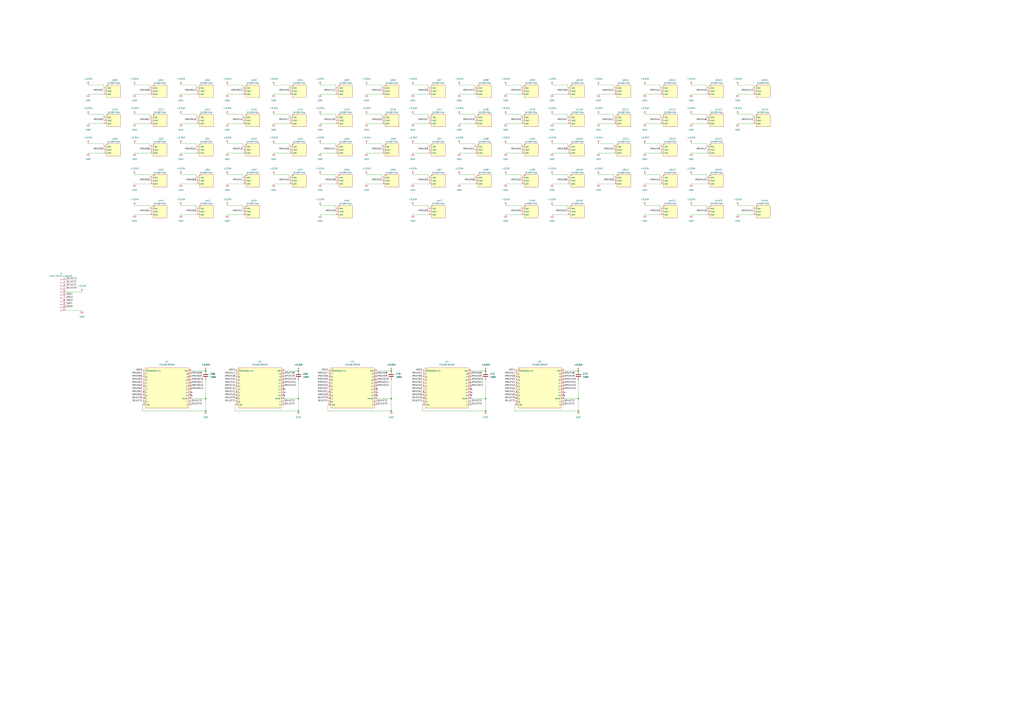
<source format=kicad_sch>
(kicad_sch (version 20231120) (generator "eeschema") (generator_version "8.0")
  (paper "A1")
  (junction (at 398.78 327.66))
  (junction (at 474.98 327.66))
  (junction (at 168.91 337.82))
  (junction (at 321.31 327.66))
  (junction (at 321.31 304.8))
  (junction (at 321.31 337.82))
  (junction (at 398.78 304.8))
  (junction (at 245.11 327.66))
  (junction (at 398.78 337.82))
  (junction (at 474.98 337.82))
  (junction (at 245.11 304.8))
  (junction (at 474.98 304.8))
  (junction (at 245.11 337.82))
  (junction (at 168.91 304.8))
  (junction (at 168.91 327.66))
  (no_connect (at 157.48 325.12))
  (no_connect (at 157.48 322.58))
  (no_connect (at 309.88 325.12))
  (no_connect (at 233.68 320.04))
  (no_connect (at 309.88 322.58))
  (no_connect (at 463.55 322.58))
  (no_connect (at 233.68 322.58))
  (no_connect (at 463.55 325.12))
  (no_connect (at 387.35 322.58))
  (no_connect (at 309.88 320.04))
  (no_connect (at 233.68 325.12))
  (no_connect (at 387.35 325.12))
  (no_connect (at 387.35 320.04))
  (wire (pts (xy 186.69 118.11) (xy 199.39 118.11)))
  (wire (pts (xy 161.29 69.85) (xy 161.29 72.39)))
  (wire (pts (xy 161.29 143.51) (xy 161.29 146.05)))
  (wire (pts (xy 313.69 143.51) (xy 313.69 146.05)))
  (wire (pts (xy 491.49 93.98) (xy 504.19 93.98)))
  (wire (pts (xy 415.29 151.13) (xy 427.99 151.13)))
  (wire (pts (xy 262.89 143.51) (xy 275.59 143.51)))
  (wire (pts (xy 262.89 93.98) (xy 275.59 93.98)))
  (wire (pts (xy 199.39 168.91) (xy 199.39 171.45)))
  (wire (pts (xy 339.09 101.6) (xy 351.79 101.6)))
  (wire (pts (xy 474.98 327.66) (xy 463.55 327.66)))
  (wire (pts (xy 72.39 93.98) (xy 85.09 93.98)))
  (wire (pts (xy 186.69 69.85) (xy 199.39 69.85)))
  (wire (pts (xy 377.19 118.11) (xy 389.89 118.11)))
  (wire (pts (xy 605.79 101.6) (xy 618.49 101.6)))
  (wire (pts (xy 237.49 93.98) (xy 237.49 96.52)))
  (wire (pts (xy 168.91 337.82) (xy 168.91 327.66)))
  (wire (pts (xy 567.69 93.98) (xy 580.39 93.98)))
  (wire (pts (xy 453.39 101.6) (xy 466.09 101.6)))
  (wire (pts (xy 618.49 168.91) (xy 618.49 171.45)))
  (wire (pts (xy 110.49 118.11) (xy 123.19 118.11)))
  (wire (pts (xy 199.39 93.98) (xy 199.39 96.52)))
  (wire (pts (xy 148.59 176.53) (xy 161.29 176.53)))
  (wire (pts (xy 377.19 125.73) (xy 389.89 125.73)))
  (wire (pts (xy 300.99 69.85) (xy 313.69 69.85)))
  (wire (pts (xy 529.59 77.47) (xy 542.29 77.47)))
  (wire (pts (xy 321.31 337.82) (xy 321.31 327.66)))
  (wire (pts (xy 245.11 337.82) (xy 245.11 327.66)))
  (wire (pts (xy 491.49 101.6) (xy 504.19 101.6)))
  (wire (pts (xy 224.79 118.11) (xy 237.49 118.11)))
  (wire (pts (xy 275.59 69.85) (xy 275.59 72.39)))
  (wire (pts (xy 193.04 337.82) (xy 245.11 337.82)))
  (wire (pts (xy 453.39 77.47) (xy 466.09 77.47)))
  (wire (pts (xy 321.31 327.66) (xy 309.88 327.66)))
  (wire (pts (xy 491.49 125.73) (xy 504.19 125.73)))
  (wire (pts (xy 199.39 69.85) (xy 199.39 72.39)))
  (wire (pts (xy 186.69 168.91) (xy 199.39 168.91)))
  (wire (pts (xy 567.69 125.73) (xy 580.39 125.73)))
  (wire (pts (xy 398.78 327.66) (xy 387.35 327.66)))
  (wire (pts (xy 309.88 304.8) (xy 321.31 304.8)))
  (wire (pts (xy 377.19 69.85) (xy 389.89 69.85)))
  (wire (pts (xy 313.69 69.85) (xy 313.69 72.39)))
  (wire (pts (xy 618.49 93.98) (xy 618.49 96.52)))
  (wire (pts (xy 415.29 168.91) (xy 427.99 168.91)))
  (wire (pts (xy 275.59 118.11) (xy 275.59 120.65)))
  (wire (pts (xy 300.99 125.73) (xy 313.69 125.73)))
  (wire (pts (xy 351.79 168.91) (xy 351.79 171.45)))
  (wire (pts (xy 398.78 312.42) (xy 398.78 327.66)))
  (wire (pts (xy 262.89 118.11) (xy 275.59 118.11)))
  (wire (pts (xy 466.09 118.11) (xy 466.09 120.65)))
  (wire (pts (xy 148.59 77.47) (xy 161.29 77.47)))
  (wire (pts (xy 148.59 118.11) (xy 161.29 118.11)))
  (wire (pts (xy 351.79 69.85) (xy 351.79 72.39)))
  (wire (pts (xy 300.99 143.51) (xy 313.69 143.51)))
  (wire (pts (xy 529.59 151.13) (xy 542.29 151.13)))
  (wire (pts (xy 224.79 93.98) (xy 237.49 93.98)))
  (wire (pts (xy 110.49 69.85) (xy 123.19 69.85)))
  (wire (pts (xy 67.31 255.27) (xy 54.61 255.27)))
  (wire (pts (xy 453.39 69.85) (xy 466.09 69.85)))
  (wire (pts (xy 529.59 93.98) (xy 542.29 93.98)))
  (wire (pts (xy 313.69 93.98) (xy 313.69 96.52)))
  (wire (pts (xy 415.29 176.53) (xy 427.99 176.53)))
  (wire (pts (xy 491.49 77.47) (xy 504.19 77.47)))
  (wire (pts (xy 54.61 240.03) (xy 67.31 240.03)))
  (wire (pts (xy 567.69 118.11) (xy 580.39 118.11)))
  (wire (pts (xy 123.19 143.51) (xy 123.19 146.05)))
  (wire (pts (xy 504.19 93.98) (xy 504.19 96.52)))
  (wire (pts (xy 168.91 312.42) (xy 168.91 327.66)))
  (wire (pts (xy 542.29 168.91) (xy 542.29 171.45)))
  (wire (pts (xy 110.49 101.6) (xy 123.19 101.6)))
  (wire (pts (xy 275.59 168.91) (xy 275.59 171.45)))
  (wire (pts (xy 605.79 77.47) (xy 618.49 77.47)))
  (wire (pts (xy 567.69 77.47) (xy 580.39 77.47)))
  (wire (pts (xy 300.99 151.13) (xy 313.69 151.13)))
  (wire (pts (xy 224.79 125.73) (xy 237.49 125.73)))
  (wire (pts (xy 427.99 143.51) (xy 427.99 146.05)))
  (wire (pts (xy 224.79 101.6) (xy 237.49 101.6)))
  (wire (pts (xy 491.49 151.13) (xy 504.19 151.13)))
  (wire (pts (xy 605.79 168.91) (xy 618.49 168.91)))
  (wire (pts (xy 148.59 143.51) (xy 161.29 143.51)))
  (wire (pts (xy 453.39 93.98) (xy 466.09 93.98)))
  (wire (pts (xy 529.59 168.91) (xy 542.29 168.91)))
  (wire (pts (xy 542.29 143.51) (xy 542.29 146.05)))
  (wire (pts (xy 72.39 77.47) (xy 85.09 77.47)))
  (wire (pts (xy 168.91 327.66) (xy 157.48 327.66)))
  (wire (pts (xy 504.19 69.85) (xy 504.19 72.39)))
  (wire (pts (xy 339.09 125.73) (xy 351.79 125.73)))
  (wire (pts (xy 415.29 77.47) (xy 427.99 77.47)))
  (wire (pts (xy 529.59 101.6) (xy 542.29 101.6)))
  (wire (pts (xy 377.19 93.98) (xy 389.89 93.98)))
  (wire (pts (xy 123.19 168.91) (xy 123.19 171.45)))
  (wire (pts (xy 529.59 143.51) (xy 542.29 143.51)))
  (wire (pts (xy 542.29 118.11) (xy 542.29 120.65)))
  (wire (pts (xy 427.99 69.85) (xy 427.99 72.39)))
  (wire (pts (xy 148.59 151.13) (xy 161.29 151.13)))
  (wire (pts (xy 85.09 93.98) (xy 85.09 96.52)))
  (wire (pts (xy 186.69 176.53) (xy 199.39 176.53)))
  (wire (pts (xy 157.48 304.8) (xy 168.91 304.8)))
  (wire (pts (xy 398.78 337.82) (xy 398.78 327.66)))
  (wire (pts (xy 389.89 93.98) (xy 389.89 96.52)))
  (wire (pts (xy 199.39 118.11) (xy 199.39 120.65)))
  (wire (pts (xy 72.39 69.85) (xy 85.09 69.85)))
  (wire (pts (xy 123.19 118.11) (xy 123.19 120.65)))
  (wire (pts (xy 339.09 118.11) (xy 351.79 118.11)))
  (wire (pts (xy 245.11 312.42) (xy 245.11 327.66)))
  (wire (pts (xy 427.99 168.91) (xy 427.99 171.45)))
  (wire (pts (xy 580.39 168.91) (xy 580.39 171.45)))
  (wire (pts (xy 422.91 332.74) (xy 422.91 337.82)))
  (wire (pts (xy 339.09 143.51) (xy 351.79 143.51)))
  (wire (pts (xy 262.89 125.73) (xy 275.59 125.73)))
  (wire (pts (xy 161.29 168.91) (xy 161.29 171.45)))
  (wire (pts (xy 529.59 118.11) (xy 542.29 118.11)))
  (wire (pts (xy 72.39 118.11) (xy 85.09 118.11)))
  (wire (pts (xy 321.31 312.42) (xy 321.31 327.66)))
  (wire (pts (xy 72.39 125.73) (xy 85.09 125.73)))
  (wire (pts (xy 339.09 176.53) (xy 351.79 176.53)))
  (wire (pts (xy 605.79 93.98) (xy 618.49 93.98)))
  (wire (pts (xy 415.29 93.98) (xy 427.99 93.98)))
  (wire (pts (xy 453.39 151.13) (xy 466.09 151.13)))
  (wire (pts (xy 389.89 143.51) (xy 389.89 146.05)))
  (wire (pts (xy 186.69 151.13) (xy 199.39 151.13)))
  (wire (pts (xy 415.29 69.85) (xy 427.99 69.85)))
  (wire (pts (xy 123.19 93.98) (xy 123.19 96.52)))
  (wire (pts (xy 415.29 118.11) (xy 427.99 118.11)))
  (wire (pts (xy 110.49 93.98) (xy 123.19 93.98)))
  (wire (pts (xy 567.69 176.53) (xy 580.39 176.53)))
  (wire (pts (xy 529.59 69.85) (xy 542.29 69.85)))
  (wire (pts (xy 116.84 337.82) (xy 168.91 337.82)))
  (wire (pts (xy 193.04 332.74) (xy 193.04 337.82)))
  (wire (pts (xy 262.89 101.6) (xy 275.59 101.6)))
  (wire (pts (xy 453.39 118.11) (xy 466.09 118.11)))
  (wire (pts (xy 237.49 143.51) (xy 237.49 146.05)))
  (wire (pts (xy 110.49 77.47) (xy 123.19 77.47)))
  (wire (pts (xy 377.19 143.51) (xy 389.89 143.51)))
  (wire (pts (xy 466.09 168.91) (xy 466.09 171.45)))
  (wire (pts (xy 110.49 143.51) (xy 123.19 143.51)))
  (wire (pts (xy 148.59 125.73) (xy 161.29 125.73)))
  (wire (pts (xy 186.69 93.98) (xy 199.39 93.98)))
  (wire (pts (xy 186.69 125.73) (xy 199.39 125.73)))
  (wire (pts (xy 72.39 101.6) (xy 85.09 101.6)))
  (wire (pts (xy 377.19 101.6) (xy 389.89 101.6)))
  (wire (pts (xy 186.69 101.6) (xy 199.39 101.6)))
  (wire (pts (xy 148.59 93.98) (xy 161.29 93.98)))
  (wire (pts (xy 245.11 327.66) (xy 233.68 327.66)))
  (wire (pts (xy 542.29 69.85) (xy 542.29 72.39)))
  (wire (pts (xy 339.09 93.98) (xy 351.79 93.98)))
  (wire (pts (xy 580.39 143.51) (xy 580.39 146.05)))
  (wire (pts (xy 491.49 118.11) (xy 504.19 118.11)))
  (wire (pts (xy 453.39 176.53) (xy 466.09 176.53)))
  (wire (pts (xy 453.39 168.91) (xy 466.09 168.91)))
  (wire (pts (xy 339.09 151.13) (xy 351.79 151.13)))
  (wire (pts (xy 618.49 69.85) (xy 618.49 72.39)))
  (wire (pts (xy 474.98 337.82) (xy 474.98 327.66)))
  (wire (pts (xy 339.09 69.85) (xy 351.79 69.85)))
  (wire (pts (xy 199.39 143.51) (xy 199.39 146.05)))
  (wire (pts (xy 351.79 143.51) (xy 351.79 146.05)))
  (wire (pts (xy 269.24 337.82) (xy 321.31 337.82)))
  (wire (pts (xy 275.59 93.98) (xy 275.59 96.52)))
  (wire (pts (xy 300.99 101.6) (xy 313.69 101.6)))
  (wire (pts (xy 567.69 168.91) (xy 580.39 168.91)))
  (wire (pts (xy 453.39 125.73) (xy 466.09 125.73)))
  (wire (pts (xy 300.99 77.47) (xy 313.69 77.47)))
  (wire (pts (xy 262.89 176.53) (xy 275.59 176.53)))
  (wire (pts (xy 377.19 151.13) (xy 389.89 151.13)))
  (wire (pts (xy 186.69 143.51) (xy 199.39 143.51)))
  (wire (pts (xy 466.09 69.85) (xy 466.09 72.39)))
  (wire (pts (xy 491.49 143.51) (xy 504.19 143.51)))
  (wire (pts (xy 262.89 69.85) (xy 275.59 69.85)))
  (wire (pts (xy 123.19 69.85) (xy 123.19 72.39)))
  (wire (pts (xy 529.59 125.73) (xy 542.29 125.73)))
  (wire (pts (xy 116.84 332.74) (xy 116.84 337.82)))
  (wire (pts (xy 415.29 101.6) (xy 427.99 101.6)))
  (wire (pts (xy 339.09 77.47) (xy 351.79 77.47)))
  (wire (pts (xy 313.69 118.11) (xy 313.69 120.65)))
  (wire (pts (xy 275.59 143.51) (xy 275.59 146.05)))
  (wire (pts (xy 300.99 118.11) (xy 313.69 118.11)))
  (wire (pts (xy 346.71 332.74) (xy 346.71 337.82)))
  (wire (pts (xy 389.89 69.85) (xy 389.89 72.39)))
  (wire (pts (xy 233.68 304.8) (xy 245.11 304.8)))
  (wire (pts (xy 110.49 151.13) (xy 123.19 151.13)))
  (wire (pts (xy 466.09 143.51) (xy 466.09 146.05)))
  (wire (pts (xy 148.59 101.6) (xy 161.29 101.6)))
  (wire (pts (xy 110.49 176.53) (xy 123.19 176.53)))
  (wire (pts (xy 262.89 151.13) (xy 275.59 151.13)))
  (wire (pts (xy 387.35 304.8) (xy 398.78 304.8)))
  (wire (pts (xy 567.69 143.51) (xy 580.39 143.51)))
  (wire (pts (xy 148.59 69.85) (xy 161.29 69.85)))
  (wire (pts (xy 351.79 118.11) (xy 351.79 120.65)))
  (wire (pts (xy 269.24 332.74) (xy 269.24 337.82)))
  (wire (pts (xy 427.99 118.11) (xy 427.99 120.65)))
  (wire (pts (xy 463.55 304.8) (xy 474.98 304.8)))
  (wire (pts (xy 529.59 176.53) (xy 542.29 176.53)))
  (wire (pts (xy 186.69 77.47) (xy 199.39 77.47)))
  (wire (pts (xy 580.39 69.85) (xy 580.39 72.39)))
  (wire (pts (xy 580.39 93.98) (xy 580.39 96.52)))
  (wire (pts (xy 346.71 337.82) (xy 398.78 337.82)))
  (wire (pts (xy 262.89 77.47) (xy 275.59 77.47)))
  (wire (pts (xy 504.19 143.51) (xy 504.19 146.05)))
  (wire (pts (xy 422.91 337.82) (xy 474.98 337.82)))
  (wire (pts (xy 237.49 118.11) (xy 237.49 120.65)))
  (wire (pts (xy 605.79 69.85) (xy 618.49 69.85)))
  (wire (pts (xy 224.79 151.13) (xy 237.49 151.13)))
  (wire (pts (xy 389.89 118.11) (xy 389.89 120.65)))
  (wire (pts (xy 580.39 118.11) (xy 580.39 120.65)))
  (wire (pts (xy 474.98 312.42) (xy 474.98 327.66)))
  (wire (pts (xy 567.69 101.6) (xy 580.39 101.6)))
  (wire (pts (xy 339.09 168.91) (xy 351.79 168.91)))
  (wire (pts (xy 161.29 118.11) (xy 161.29 120.65)))
  (wire (pts (xy 453.39 143.51) (xy 466.09 143.51)))
  (wire (pts (xy 224.79 143.51) (xy 237.49 143.51)))
  (wire (pts (xy 262.89 168.91) (xy 275.59 168.91)))
  (wire (pts (xy 427.99 93.98) (xy 427.99 96.52)))
  (wire (pts (xy 85.09 69.85) (xy 85.09 72.39)))
  (wire (pts (xy 567.69 151.13) (xy 580.39 151.13)))
  (wire (pts (xy 504.19 118.11) (xy 504.19 120.65)))
  (wire (pts (xy 567.69 69.85) (xy 580.39 69.85)))
  (wire (pts (xy 161.29 93.98) (xy 161.29 96.52)))
  (wire (pts (xy 542.29 93.98) (xy 542.29 96.52)))
  (wire (pts (xy 224.79 77.47) (xy 237.49 77.47)))
  (wire (pts (xy 110.49 125.73) (xy 123.19 125.73)))
  (wire (pts (xy 605.79 176.53) (xy 618.49 176.53)))
  (wire (pts (xy 415.29 125.73) (xy 427.99 125.73)))
  (wire (pts (xy 351.79 93.98) (xy 351.79 96.52)))
  (wire (pts (xy 110.49 168.91) (xy 123.19 168.91)))
  (wire (pts (xy 466.09 93.98) (xy 466.09 96.52)))
  (wire (pts (xy 85.09 118.11) (xy 85.09 120.65)))
  (wire (pts (xy 237.49 69.85) (xy 237.49 72.39)))
  (wire (pts (xy 377.19 77.47) (xy 389.89 77.47)))
  (wire (pts (xy 148.59 168.91) (xy 161.29 168.91)))
  (wire (pts (xy 300.99 93.98) (xy 313.69 93.98)))
  (wire (pts (xy 415.29 143.51) (xy 427.99 143.51)))
  (wire (pts (xy 224.79 69.85) (xy 237.49 69.85)))
  (wire (pts (xy 491.49 69.85) (xy 504.19 69.85)))
  (label "AMUX4:2" (at 504.19 123.19 180))
  (label "AMUX3:8" (at 387.35 307.34 0))
  (label "SELECT2" (at 463.55 330.2 0))
  (label "AMUX2:8" (at 389.89 148.59 180))
  (label "AMUX1:10" (at 275.59 99.06 180))
  (label "AMUX0:7" (at 123.19 99.06 180))
  (label "AMUX4:9" (at 463.55 309.88 0))
  (label "AMUX1:3" (at 193.04 317.5 180))
  (label "AMUX3:10" (at 466.09 173.99 180))
  (label "AMUX2:3" (at 269.24 317.5 180))
  (label "AMUX2:2" (at 269.24 320.04 180))
  (label "AMUX2:10" (at 389.89 99.06 180))
  (label "AMUX2:12" (at 309.88 317.5 0))
  (label "AMUX4:0" (at 422.91 325.12 180))
  (label "AMUX3:7" (at 466.09 99.06 180))
  (label "SELECT3" (at 233.68 332.74 0))
  (label "ADC4" (at 54.61 242.57 0))
  (label "AMUX2:6" (at 269.24 309.88 180))
  (label "AMUX0:8" (at 157.48 307.34 0))
  (label "ADC1" (at 193.04 304.8 180))
  (label "AMUX3:11" (at 387.35 314.96 0))
  (label "AMUX0:1" (at 85.09 74.93 180))
  (label "AMUX3:9" (at 387.35 309.88 0))
  (label "AMUX1:6" (at 237.49 123.19 180))
  (label "SELECT0" (at 269.24 327.66 180))
  (label "AMUX1:0" (at 237.49 74.93 180))
  (label "SELECT2" (at 157.48 330.2 0))
  (label "AMUX3:3" (at 346.71 317.5 180))
  (label "AMUX1:4" (at 193.04 314.96 180))
  (label "SELECT1" (at 346.71 330.2 180))
  (label "SELECT0" (at 116.84 327.66 180))
  (label "AMUX4:2" (at 422.91 320.04 180))
  (label "AMUX1:5" (at 193.04 312.42 180))
  (label "AMUX3:5" (at 346.71 312.42 180))
  (label "AMUX3:12" (at 387.35 317.5 0))
  (label "AMUX2:0" (at 351.79 74.93 180))
  (label "AMUX4:1" (at 422.91 322.58 180))
  (label "AMUX2:1" (at 269.24 322.58 180))
  (label "AMUX1:6" (at 193.04 309.88 180))
  (label "SELECT2" (at 309.88 330.2 0))
  (label "AMUX0:0" (at 123.19 74.93 180))
  (label "AMUX4:6" (at 542.29 173.99 180))
  (label "AMUX2:4" (at 313.69 123.19 180))
  (label "AMUX0:6" (at 123.19 123.19 180))
  (label "AMUX4:3" (at 542.29 148.59 180))
  (label "AMUX3:6" (at 466.09 148.59 180))
  (label "AMUX2:8" (at 309.88 307.34 0))
  (label "AMUX4:6" (at 422.91 309.88 180))
  (label "AMUX0:3" (at 116.84 317.5 180))
  (label "AMUX0:5" (at 116.84 312.42 180))
  (label "AMUX1:1" (at 199.39 148.59 180))
  (label "AMUX3:2" (at 346.71 320.04 180))
  (label "AMUX1:12" (at 233.68 317.5 0))
  (label "SELECT3" (at 463.55 332.74 0))
  (label "AMUX0:2" (at 85.09 99.06 180))
  (label "SELECT1" (at 116.84 330.2 180))
  (label "AMUX4:11" (at 618.49 173.99 180))
  (label "SELECT1" (at 193.04 330.2 180))
  (label "AMUX3:10" (at 387.35 312.42 0))
  (label "ADC4" (at 422.91 304.8 180))
  (label "AMUX2:5" (at 269.24 312.42 180))
  (label "AMUX2:12" (at 389.89 74.93 180))
  (label "AMUX2:7" (at 269.24 307.34 180))
  (label "SELECT1" (at 54.61 234.95 0))
  (label "AMUX2:10" (at 309.88 312.42 0))
  (label "AMUX0:9" (at 161.29 173.99 180))
  (label "AMUX3:4" (at 427.99 123.19 180))
  (label "AMUX4:11" (at 463.55 314.96 0))
  (label "AMUX4:4" (at 422.91 314.96 180))
  (label "AMUX2:1" (at 313.69 74.93 180))
  (label "AMUX4:3" (at 422.91 317.5 180))
  (label "AMUX3:3" (at 427.99 99.06 180))
  (label "AMUX1:3" (at 199.39 123.19 180))
  (label "SELECT0" (at 54.61 237.49 0))
  (label "SELECT3" (at 157.48 332.74 0))
  (label "AMUX1:5" (at 237.49 148.59 180))
  (label "AMUX0:9" (at 157.48 309.88 0))
  (label "AMUX0:12" (at 199.39 74.93 180))
  (label "AMUX4:10" (at 580.39 148.59 180))
  (label "AMUX2:0" (at 269.24 325.12 180))
  (label "AMUX0:13" (at 157.48 320.04 0))
  (label "AMUX1:9" (at 275.59 173.99 180))
  (label "AMUX4:10" (at 463.55 312.42 0))
  (label "AMUX1:10" (at 233.68 312.42 0))
  (label "AMUX0:10" (at 157.48 312.42 0))
  (label "AMUX2:7" (at 351.79 99.06 180))
  (label "AMUX4:7" (at 422.91 307.34 180))
  (label "ADC0" (at 54.61 252.73 0))
  (label "AMUX2:5" (at 351.79 148.59 180))
  (label "AMUX2:6" (at 351.79 123.19 180))
  (label "AMUX4:8" (at 463.55 307.34 0))
  (label "AMUX3:12" (at 504.19 74.93 180))
  (label "AMUX4:7" (at 580.39 123.19 180))
  (label "AMUX1:11" (at 233.68 314.96 0))
  (label "AMUX0:7" (at 116.84 307.34 180))
  (label "ADC3" (at 346.71 304.8 180))
  (label "SELECT2" (at 233.68 330.2 0))
  (label "AMUX1:8" (at 275.59 148.59 180))
  (label "AMUX3:2" (at 427.99 148.59 180))
  (label "AMUX1:7" (at 193.04 307.34 180))
  (label "AMUX0:4" (at 116.84 314.96 180))
  (label "AMUX1:0" (at 193.04 325.12 180))
  (label "AMUX0:1" (at 116.84 322.58 180))
  (label "AMUX3:1" (at 346.71 322.58 180))
  (label "ADC0" (at 116.84 304.8 180))
  (label "AMUX4:4" (at 542.29 99.06 180))
  (label "SELECT3" (at 54.61 229.87 0))
  (label "AMUX2:3" (at 313.69 99.06 180))
  (label "AMUX4:8" (at 580.39 99.06 180))
  (label "AMUX0:13" (at 161.29 74.93 180))
  (label "AMUX3:8" (at 466.09 123.19 180))
  (label "AMUX1:2" (at 193.04 320.04 180))
  (label "SELECT2" (at 54.61 232.41 0))
  (label "AMUX0:4" (at 123.19 173.99 180))
  (label "AMUX1:1" (at 193.04 322.58 180))
  (label "AMUX0:12" (at 157.48 317.5 0))
  (label "AMUX2:11" (at 309.88 314.96 0))
  (label "AMUX1:4" (at 199.39 173.99 180))
  (label "AMUX3:11" (at 504.19 99.06 180))
  (label "AMUX0:6" (at 116.84 309.88 180))
  (label "AMUX4:13" (at 463.55 320.04 0))
  (label "AMUX0:11" (at 161.29 123.19 180))
  (label "AMUX0:5" (at 123.19 148.59 180))
  (label "AMUX3:0" (at 466.09 74.93 180))
  (label "AMUX4:12" (at 463.55 317.5 0))
  (label "AMUX2:4" (at 269.24 314.96 180))
  (label "AMUX1:2" (at 199.39 99.06 180))
  (label "AMUX4:1" (at 542.29 74.93 180))
  (label "AMUX3:4" (at 346.71 314.96 180))
  (label "ADC2" (at 269.24 304.8 180))
  (label "SELECT0" (at 193.04 327.66 180))
  (label "AMUX2:2" (at 313.69 148.59 180))
  (label "AMUX3:5" (at 427.99 173.99 180))
  (label "AMUX2:9" (at 351.79 173.99 180))
  (label "SELECT2" (at 387.35 330.2 0))
  (label "ADC1" (at 54.61 250.19 0))
  (label "AMUX0:3" (at 85.09 123.19 180))
  (label "AMUX1:7" (at 237.49 99.06 180))
  (label "ADC3" (at 54.61 245.11 0))
  (label "AMUX0:2" (at 116.84 320.04 180))
  (label "AMUX3:7" (at 346.71 307.34 180))
  (label "AMUX1:11" (at 275.59 123.19 180))
  (label "SELECT0" (at 346.71 327.66 180))
  (label "AMUX4:5" (at 542.29 123.19 180))
  (label "AMUX3:1" (at 427.99 74.93 180))
  (label "AMUX4:9" (at 580.39 173.99 180))
  (label "AMUX4:5" (at 422.91 312.42 180))
  (label "AMUX2:11" (at 389.89 123.19 180))
  (label "ADC2" (at 54.61 247.65 0))
  (label "SELECT3" (at 387.35 332.74 0))
  (label "AMUX0:11" (at 157.48 314.96 0))
  (label "SELECT3" (at 309.88 332.74 0))
  (label "SELECT1" (at 422.91 330.2 180))
  (label "SELECT1" (at 269.24 330.2 180))
  (label "AMUX4:0" (at 580.39 74.93 180))
  (label "AMUX2:9" (at 309.88 309.88 0))
  (label "AMUX0:10" (at 161.29 99.06 180))
  (label "AMUX3:9" (at 504.19 148.59 180))
  (label "AMUX1:12" (at 275.59 74.93 180))
  (label "AMUX3:0" (at 346.71 325.12 180))
  (label "AMUX0:0" (at 116.84 325.12 180))
  (label "AMUX1:9" (at 233.68 309.88 0))
  (label "AMUX0:8" (at 161.29 148.59 180))
  (label "SELECT0" (at 422.91 327.66 180))
  (label "AMUX4:13" (at 618.49 74.93 180))
  (label "AMUX3:6" (at 346.71 309.88 180))
  (label "AMUX4:12" (at 618.49 99.06 180))
  (label "AMUX1:8" (at 233.68 307.34 0))
  (symbol (lib_id "JLCPCB:GH39FKSW") (at 471.17 110.49 0) (unit 1)
    (property "Reference" "U2:10" (at 472.948 114.046 0) (effects (justify left)))
    (property "Value" "GH39FKSW" (at 469.138 116.586 0) (effects (justify left)))
    (property "Footprint" "JLCPCB:SOT-23-3_L2.9-W1.3-P1.90-LS2.4-BR" (effects (hide yes)))
    (property "Datasheet" "https://www.diodes.com/assets/Package-Files/SOT23.pdf" (effects (hide yes)))
    (property "LCSC" "C266230" (effects (hide yes)))
  )
  (symbol (lib_id "power:GND") (at 474.98 337.82 0) (unit 1)
    (property "Reference" "#PWR0142" (effects (hide yes)))
    (property "Value" "GND" (at 474.98 342.9 0))
    (property "Description" "Power symbol creates a global label with name \"GND\" , ground" (effects (hide yes)))
  )
  (symbol (lib_id "power:GND") (at 453.39 176.53 0) (unit 1)
    (property "Reference" "#PWR0147" (effects (hide yes)))
    (property "Value" "GND" (at 453.39 181.61 0))
    (property "Description" "Power symbol creates a global label with name \"GND\" , ground" (effects (hide yes)))
  )
  (symbol (lib_id "power:GND") (at 186.69 101.6 0) (unit 1)
    (property "Reference" "#PWR036" (effects (hide yes)))
    (property "Value" "GND" (at 186.69 106.68 0))
    (property "Description" "Power symbol creates a global label with name \"GND\" , ground" (effects (hide yes)))
  )
  (symbol (lib_id "power:+3.3VA") (at 339.09 168.91 0) (unit 1)
    (property "Reference" "#PWR0123" (effects (hide yes)))
    (property "Value" "+3.3VA" (at 339.09 163.83 0))
    (property "Description" "Power symbol creates a global label with name \"+3.3VA\"" (effects (hide yes)))
  )
  (symbol (lib_id "JLCPCB:GH39FKSW") (at 471.17 161.29 0) (unit 1)
    (property "Reference" "U4:10" (at 472.948 164.846 0) (effects (justify left)))
    (property "Value" "GH39FKSW" (at 469.138 167.386 0) (effects (justify left)))
    (property "Footprint" "JLCPCB:SOT-23-3_L2.9-W1.3-P1.90-LS2.4-BR" (effects (hide yes)))
    (property "Datasheet" "https://www.diodes.com/assets/Package-Files/SOT23.pdf" (effects (hide yes)))
    (property "LCSC" "C266230" (effects (hide yes)))
  )
  (symbol (lib_id "JLCPCB:GH39FKSW") (at 204.47 110.49 0) (unit 1)
    (property "Reference" "U2:3" (at 206.248 114.046 0) (effects (justify left)))
    (property "Value" "GH39FKSW" (at 202.438 116.586 0) (effects (justify left)))
    (property "Footprint" "JLCPCB:SOT-23-3_L2.9-W1.3-P1.90-LS2.4-BR" (effects (hide yes)))
    (property "Datasheet" "https://www.diodes.com/assets/Package-Files/SOT23.pdf" (effects (hide yes)))
    (property "LCSC" "C266230" (effects (hide yes)))
  )
  (symbol (lib_id "power:+3.3VA") (at 72.39 93.98 0) (unit 1)
    (property "Reference" "#PWR021" (effects (hide yes)))
    (property "Value" "+3.3VA" (at 72.39 88.9 0))
    (property "Description" "Power symbol creates a global label with name \"+3.3VA\"" (effects (hide yes)))
  )
  (symbol (lib_id "JLCPCB:GH39FKSW") (at 623.57 62.23 0) (unit 1)
    (property "Reference" "U0:14" (at 625.348 65.786 0) (effects (justify left)))
    (property "Value" "GH39FKSW" (at 621.538 68.326 0) (effects (justify left)))
    (property "Footprint" "JLCPCB:SOT-23-3_L2.9-W1.3-P1.90-LS2.4-BR" (effects (hide yes)))
    (property "Datasheet" "https://www.diodes.com/assets/Package-Files/SOT23.pdf" (effects (hide yes)))
    (property "LCSC" "C266230" (effects (hide yes)))
  )
  (symbol (lib_id "power:GND") (at 300.99 151.13 0) (unit 1)
    (property "Reference" "#PWR0110" (effects (hide yes)))
    (property "Value" "GND" (at 300.99 156.21 0))
    (property "Description" "Power symbol creates a global label with name \"GND\" , ground" (effects (hide yes)))
  )
  (symbol (lib_id "power:+3.3VA") (at 415.29 118.11 0) (unit 1)
    (property "Reference" "#PWR052" (effects (hide yes)))
    (property "Value" "+3.3VA" (at 415.29 113.03 0))
    (property "Description" "Power symbol creates a global label with name \"+3.3VA\"" (effects (hide yes)))
  )
  (symbol (lib_id "power:GND") (at 398.78 337.82 0) (unit 1)
    (property "Reference" "#PWR0141" (effects (hide yes)))
    (property "Value" "GND" (at 398.78 342.9 0))
    (property "Description" "Power symbol creates a global label with name \"GND\" , ground" (effects (hide yes)))
  )
  (symbol (lib_id "JLCPCB:GH39FKSW") (at 166.37 110.49 0) (unit 1)
    (property "Reference" "U2:2" (at 168.148 114.046 0) (effects (justify left)))
    (property "Value" "GH39FKSW" (at 164.338 116.586 0) (effects (justify left)))
    (property "Footprint" "JLCPCB:SOT-23-3_L2.9-W1.3-P1.90-LS2.4-BR" (effects (hide yes)))
    (property "Datasheet" "https://www.diodes.com/assets/Package-Files/SOT23.pdf" (effects (hide yes)))
    (property "LCSC" "C266230" (effects (hide yes)))
  )
  (symbol (lib_id "power:GND") (at 72.39 101.6 0) (unit 1)
    (property "Reference" "#PWR033" (effects (hide yes)))
    (property "Value" "GND" (at 72.39 106.68 0))
    (property "Description" "Power symbol creates a global label with name \"GND\" , ground" (effects (hide yes)))
  )
  (symbol (lib_id "power:+3.3VA") (at 605.79 168.91 0) (unit 1)
    (property "Reference" "#PWR0120" (effects (hide yes)))
    (property "Value" "+3.3VA" (at 605.79 163.83 0))
    (property "Description" "Power symbol creates a global label with name \"+3.3VA\"" (effects (hide yes)))
  )
  (symbol (lib_id "power:+3.3VA") (at 110.49 118.11 0) (unit 1)
    (property "Reference" "#PWR044" (effects (hide yes)))
    (property "Value" "+3.3VA" (at 110.49 113.03 0))
    (property "Description" "Power symbol creates a global label with name \"+3.3VA\"" (effects (hide yes)))
  )
  (symbol (lib_id "power:+3.3VA") (at 262.89 118.11 0) (unit 1)
    (property "Reference" "#PWR048" (effects (hide yes)))
    (property "Value" "+3.3VA" (at 262.89 113.03 0))
    (property "Description" "Power symbol creates a global label with name \"+3.3VA\"" (effects (hide yes)))
  )
  (symbol (lib_id "JLCPCB:GH39FKSW") (at 547.37 135.89 0) (unit 1)
    (property "Reference" "U3:12" (at 549.148 139.446 0) (effects (justify left)))
    (property "Value" "GH39FKSW" (at 545.338 141.986 0) (effects (justify left)))
    (property "Footprint" "JLCPCB:SOT-23-3_L2.9-W1.3-P1.90-LS2.4-BR" (effects (hide yes)))
    (property "Datasheet" "https://www.diodes.com/assets/Package-Files/SOT23.pdf" (effects (hide yes)))
    (property "LCSC" "C266230" (effects (hide yes)))
  )
  (symbol (lib_id "power:GND") (at 110.49 151.13 0) (unit 1)
    (property "Reference" "#PWR0105" (effects (hide yes)))
    (property "Value" "GND" (at 110.49 156.21 0))
    (property "Description" "Power symbol creates a global label with name \"GND\" , ground" (effects (hide yes)))
  )
  (symbol (lib_id "power:+3.3VA") (at 453.39 143.51 0) (unit 1)
    (property "Reference" "#PWR0100" (effects (hide yes)))
    (property "Value" "+3.3VA" (at 453.39 138.43 0))
    (property "Description" "Power symbol creates a global label with name \"+3.3VA\"" (effects (hide yes)))
  )
  (symbol (lib_id "JLCPCB:GH39FKSW") (at 318.77 110.49 0) (unit 1)
    (property "Reference" "U2:6" (at 320.548 114.046 0) (effects (justify left)))
    (property "Value" "GH39FKSW" (at 316.738 116.586 0) (effects (justify left)))
    (property "Footprint" "JLCPCB:SOT-23-3_L2.9-W1.3-P1.90-LS2.4-BR" (effects (hide yes)))
    (property "Datasheet" "https://www.diodes.com/assets/Package-Files/SOT23.pdf" (effects (hide yes)))
    (property "LCSC" "C266230" (effects (hide yes)))
  )
  (symbol (lib_id "power:+3.3VA") (at 415.29 93.98 0) (unit 1)
    (property "Reference" "#PWR032" (effects (hide yes)))
    (property "Value" "+3.3VA" (at 415.29 88.9 0))
    (property "Description" "Power symbol creates a global label with name \"+3.3VA\"" (effects (hide yes)))
  )
  (symbol (lib_id "power:GND") (at 300.99 101.6 0) (unit 1)
    (property "Reference" "#PWR039" (effects (hide yes)))
    (property "Value" "GND" (at 300.99 106.68 0))
    (property "Description" "Power symbol creates a global label with name \"GND\" , ground" (effects (hide yes)))
  )
  (symbol (lib_id "power:+3.3VA") (at 110.49 168.91 0) (unit 1)
    (property "Reference" "#PWR0104" (effects (hide yes)))
    (property "Value" "+3.3VA" (at 110.49 163.83 0))
    (property "Description" "Power symbol creates a global label with name \"+3.3VA\"" (effects (hide yes)))
  )
  (symbol (lib_id "power:GND") (at 605.79 101.6 0) (unit 1)
    (property "Reference" "#PWR090" (effects (hide yes)))
    (property "Value" "GND" (at 605.79 106.68 0))
    (property "Description" "Power symbol creates a global label with name \"GND\" , ground" (effects (hide yes)))
  )
  (symbol (lib_id "power:+3.3VA") (at 300.99 143.51 0) (unit 1)
    (property "Reference" "#PWR096" (effects (hide yes)))
    (property "Value" "+3.3VA" (at 300.99 138.43 0))
    (property "Description" "Power symbol creates a global label with name \"+3.3VA\"" (effects (hide yes)))
  )
  (symbol (lib_id "JLCPCB:GH39FKSW") (at 318.77 62.23 0) (unit 1)
    (property "Reference" "U0:6" (at 320.548 65.786 0) (effects (justify left)))
    (property "Value" "GH39FKSW" (at 316.738 68.326 0) (effects (justify left)))
    (property "Footprint" "JLCPCB:SOT-23-3_L2.9-W1.3-P1.90-LS2.4-BR" (effects (hide yes)))
    (property "Datasheet" "https://www.diodes.com/assets/Package-Files/SOT23.pdf" (effects (hide yes)))
    (property "LCSC" "C266230" (effects (hide yes)))
  )
  (symbol (lib_id "power:+3.3VA") (at 168.91 304.8 0) (unit 1)
    (property "Reference" "#PWR0143" (effects (hide yes)))
    (property "Value" "+3.3VA" (at 168.91 299.72 0))
    (property "Description" "Power symbol creates a global label with name \"+3.3VA\"" (effects (hide yes)))
  )
  (symbol (lib_id "power:+3.3VA") (at 224.79 143.51 0) (unit 1)
    (property "Reference" "#PWR094" (effects (hide yes)))
    (property "Value" "+3.3VA" (at 224.79 138.43 0))
    (property "Description" "Power symbol creates a global label with name \"+3.3VA\"" (effects (hide yes)))
  )
  (symbol (lib_id "power:+3.3VA") (at 110.49 69.85 0) (unit 1)
    (property "Reference" "#PWR02" (effects (hide yes)))
    (property "Value" "+3.3VA" (at 110.49 64.77 0))
    (property "Description" "Power symbol creates a global label with name \"+3.3VA\"" (effects (hide yes)))
  )
  (symbol (lib_id "JLCPCB:CD4067BPWR") (at 443.23 306.07 0) (unit 1)
    (property "Reference" "U5" (at 443.23 297.18 0))
    (property "Value" "CD4067BPWR" (at 443.23 299.72 0))
    (property "Footprint" "JLCPCB:TSSOP-24_L7.8-W4.4-P0.65-LS6.4-BL_1" (effects (hide yes)))
    (property "Datasheet" "https://www.lcsc.com/datasheet/lcsc_datasheet_2410010330_Texas-Instruments-CD4067BPWR_C2861251.pdf" (effects (hide yes)))
    (property "LCSC" "C2861251" (effects (hide yes)))
  )
  (symbol (lib_id "power:GND") (at 529.59 77.47 0) (unit 1)
    (property "Reference" "#PWR069" (effects (hide yes)))
    (property "Value" "GND" (at 529.59 82.55 0))
    (property "Description" "Power symbol creates a global label with name \"GND\" , ground" (effects (hide yes)))
  )
  (symbol (lib_id "power:GND") (at 148.59 77.47 0) (unit 1)
    (property "Reference" "#PWR09" (effects (hide yes)))
    (property "Value" "GND" (at 148.59 82.55 0))
    (property "Description" "Power symbol creates a global label with name \"GND\" , ground" (effects (hide yes)))
  )
  (symbol (lib_id "power:+3.3VA") (at 529.59 69.85 0) (unit 1)
    (property "Reference" "#PWR065" (effects (hide yes)))
    (property "Value" "+3.3VA" (at 529.59 64.77 0))
    (property "Description" "Power symbol creates a global label with name \"+3.3VA\"" (effects (hide yes)))
  )
  (symbol (lib_id "JLCPCB:GH39FKSW") (at 280.67 86.36 0) (unit 1)
    (property "Reference" "U1:5" (at 282.448 89.916 0) (effects (justify left)))
    (property "Value" "GH39FKSW" (at 278.638 92.456 0) (effects (justify left)))
    (property "Footprint" "JLCPCB:SOT-23-3_L2.9-W1.3-P1.90-LS2.4-BR" (effects (hide yes)))
    (property "Datasheet" "https://www.diodes.com/assets/Package-Files/SOT23.pdf" (effects (hide yes)))
    (property "LCSC" "C266230" (effects (hide yes)))
  )
  (symbol (lib_id "power:+3.3VA") (at 529.59 118.11 0) (unit 1)
    (property "Reference" "#PWR081" (effects (hide yes)))
    (property "Value" "+3.3VA" (at 529.59 113.03 0))
    (property "Description" "Power symbol creates a global label with name \"+3.3VA\"" (effects (hide yes)))
  )
  (symbol (lib_id "JLCPCB:GH39FKSW") (at 128.27 135.89 0) (unit 1)
    (property "Reference" "U3:1" (at 130.048 139.446 0) (effects (justify left)))
    (property "Value" "GH39FKSW" (at 126.238 141.986 0) (effects (justify left)))
    (property "Footprint" "JLCPCB:SOT-23-3_L2.9-W1.3-P1.90-LS2.4-BR" (effects (hide yes)))
    (property "Datasheet" "https://www.diodes.com/assets/Package-Files/SOT23.pdf" (effects (hide yes)))
    (property "LCSC" "C266230" (effects (hide yes)))
  )
  (symbol (lib_id "power:GND") (at 415.29 125.73 0) (unit 1)
    (property "Reference" "#PWR062" (effects (hide yes)))
    (property "Value" "GND" (at 415.29 130.81 0))
    (property "Description" "Power symbol creates a global label with name \"GND\" , ground" (effects (hide yes)))
  )
  (symbol (lib_id "JLCPCB:GH39FKSW") (at 585.47 62.23 0) (unit 1)
    (property "Reference" "U0:13" (at 587.248 65.786 0) (effects (justify left)))
    (property "Value" "GH39FKSW" (at 583.438 68.326 0) (effects (justify left)))
    (property "Footprint" "JLCPCB:SOT-23-3_L2.9-W1.3-P1.90-LS2.4-BR" (effects (hide yes)))
    (property "Datasheet" "https://www.diodes.com/assets/Package-Files/SOT23.pdf" (effects (hide yes)))
    (property "LCSC" "C266230" (effects (hide yes)))
  )
  (symbol (lib_id "power:GND") (at 339.09 151.13 0) (unit 1)
    (property "Reference" "#PWR0111" (effects (hide yes)))
    (property "Value" "GND" (at 339.09 156.21 0))
    (property "Description" "Power symbol creates a global label with name \"GND\" , ground" (effects (hide yes)))
  )
  (symbol (lib_id "power:GND") (at 453.39 77.47 0) (unit 1)
    (property "Reference" "#PWR067" (effects (hide yes)))
    (property "Value" "GND" (at 453.39 82.55 0))
    (property "Description" "Power symbol creates a global label with name \"GND\" , ground" (effects (hide yes)))
  )
  (symbol (lib_id "power:+3.3VA") (at 262.89 93.98 0) (unit 1)
    (property "Reference" "#PWR028" (effects (hide yes)))
    (property "Value" "+3.3VA" (at 262.89 88.9 0))
    (property "Description" "Power symbol creates a global label with name \"+3.3VA\"" (effects (hide yes)))
  )
  (symbol (lib_id "power:GND") (at 491.49 77.47 0) (unit 1)
    (property "Reference" "#PWR068" (effects (hide yes)))
    (property "Value" "GND" (at 491.49 82.55 0))
    (property "Description" "Power symbol creates a global label with name \"GND\" , ground" (effects (hide yes)))
  )
  (symbol (lib_id "power:GND") (at 453.39 151.13 0) (unit 1)
    (property "Reference" "#PWR0114" (effects (hide yes)))
    (property "Value" "GND" (at 453.39 156.21 0))
    (property "Description" "Power symbol creates a global label with name \"GND\" , ground" (effects (hide yes)))
  )
  (symbol (lib_id "power:+3.3VA") (at 300.99 69.85 0) (unit 1)
    (property "Reference" "#PWR013" (effects (hide yes)))
    (property "Value" "+3.3VA" (at 300.99 64.77 0))
    (property "Description" "Power symbol creates a global label with name \"+3.3VA\"" (effects (hide yes)))
  )
  (symbol (lib_id "JLCPCB:GH39FKSW") (at 394.97 62.23 0) (unit 1)
    (property "Reference" "U0:8" (at 396.748 65.786 0) (effects (justify left)))
    (property "Value" "GH39FKSW" (at 392.938 68.326 0) (effects (justify left)))
    (property "Footprint" "JLCPCB:SOT-23-3_L2.9-W1.3-P1.90-LS2.4-BR" (effects (hide yes)))
    (property "Datasheet" "https://www.diodes.com/assets/Package-Files/SOT23.pdf" (effects (hide yes)))
    (property "LCSC" "C266230" (effects (hide yes)))
  )
  (symbol (lib_id "power:+3.3VA") (at 474.98 304.8 0) (unit 1)
    (property "Reference" "#PWR0140" (effects (hide yes)))
    (property "Value" "+3.3VA" (at 474.98 299.72 0))
    (property "Description" "Power symbol creates a global label with name \"+3.3VA\"" (effects (hide yes)))
  )
  (symbol (lib_id "power:+3.3VA") (at 453.39 69.85 0) (unit 1)
    (property "Reference" "#PWR063" (effects (hide yes)))
    (property "Value" "+3.3VA" (at 453.39 64.77 0))
    (property "Description" "Power symbol creates a global label with name \"+3.3VA\"" (effects (hide yes)))
  )
  (symbol (lib_id "JLCPCB:GH39FKSW") (at 547.37 86.36 0) (unit 1)
    (property "Reference" "U1:12" (at 549.148 89.916 0) (effects (justify left)))
    (property "Value" "GH39FKSW" (at 545.338 92.456 0) (effects (justify left)))
    (property "Footprint" "JLCPCB:SOT-23-3_L2.9-W1.3-P1.90-LS2.4-BR" (effects (hide yes)))
    (property "Datasheet" "https://www.diodes.com/assets/Package-Files/SOT23.pdf" (effects (hide yes)))
    (property "LCSC" "C266230" (effects (hide yes)))
  )
  (symbol (lib_id "power:GND") (at 224.79 101.6 0) (unit 1)
    (property "Reference" "#PWR037" (effects (hide yes)))
    (property "Value" "GND" (at 224.79 106.68 0))
    (property "Description" "Power symbol creates a global label with name \"GND\" , ground" (effects (hide yes)))
  )
  (symbol (lib_id "Connector:Conn_01x11_Socket") (at 49.53 242.57 0) (mirror y) (unit 1)
    (property "Reference" "J1" (at 50.165 224.79 0))
    (property "Value" "Conn_01x11_Socket" (at 50.038 226.822 0))
    (property "Footprint" "Custom:Flex Cable connector" (effects (hide yes)))
    (property "Description" "Generic connector, single row, 01x11, script generated" (effects (hide yes)))
  )
  (symbol (lib_id "JLCPCB:CD4067BPWR") (at 367.03 306.07 0) (unit 1)
    (property "Reference" "U4" (at 367.03 297.18 0))
    (property "Value" "CD4067BPWR" (at 367.03 299.72 0))
    (property "Footprint" "JLCPCB:TSSOP-24_L7.8-W4.4-P0.65-LS6.4-BL_1" (effects (hide yes)))
    (property "Datasheet" "https://www.lcsc.com/datasheet/lcsc_datasheet_2410010330_Texas-Instruments-CD4067BPWR_C2861251.pdf" (effects (hide yes)))
    (property "LCSC" "C2861251" (effects (hide yes)))
  )
  (symbol (lib_id "JLCPCB:GH39FKSW") (at 166.37 86.36 0) (unit 1)
    (property "Reference" "U1:2" (at 168.148 89.916 0) (effects (justify left)))
    (property "Value" "GH39FKSW" (at 164.338 92.456 0) (effects (justify left)))
    (property "Footprint" "JLCPCB:SOT-23-3_L2.9-W1.3-P1.90-LS2.4-BR" (effects (hide yes)))
    (property "Datasheet" "https://www.diodes.com/assets/Package-Files/SOT23.pdf" (effects (hide yes)))
    (property "LCSC" "C266230" (effects (hide yes)))
  )
  (symbol (lib_id "power:GND") (at 72.39 125.73 0) (unit 1)
    (property "Reference" "#PWR053" (effects (hide yes)))
    (property "Value" "GND" (at 72.39 130.81 0))
    (property "Description" "Power symbol creates a global label with name \"GND\" , ground" (effects (hide yes)))
  )
  (symbol (lib_id "power:GND") (at 491.49 125.73 0) (unit 1)
    (property "Reference" "#PWR084" (effects (hide yes)))
    (property "Value" "GND" (at 491.49 130.81 0))
    (property "Description" "Power symbol creates a global label with name \"GND\" , ground" (effects (hide yes)))
  )
  (symbol (lib_id "JLCPCB:GH39FKSW") (at 471.17 135.89 0) (unit 1)
    (property "Reference" "U3:10" (at 472.948 139.446 0) (effects (justify left)))
    (property "Value" "GH39FKSW" (at 469.138 141.986 0) (effects (justify left)))
    (property "Footprint" "JLCPCB:SOT-23-3_L2.9-W1.3-P1.90-LS2.4-BR" (effects (hide yes)))
    (property "Datasheet" "https://www.diodes.com/assets/Package-Files/SOT23.pdf" (effects (hide yes)))
    (property "LCSC" "C266230" (effects (hide yes)))
  )
  (symbol (lib_id "power:GND") (at 567.69 151.13 0) (unit 1)
    (property "Reference" "#PWR0117" (effects (hide yes)))
    (property "Value" "GND" (at 567.69 156.21 0))
    (property "Description" "Power symbol creates a global label with name \"GND\" , ground" (effects (hide yes)))
  )
  (symbol (lib_id "power:GND") (at 453.39 125.73 0) (unit 1)
    (property "Reference" "#PWR083" (effects (hide yes)))
    (property "Value" "GND" (at 453.39 130.81 0))
    (property "Description" "Power symbol creates a global label with name \"GND\" , ground" (effects (hide yes)))
  )
  (symbol (lib_id "power:GND") (at 605.79 176.53 0) (unit 1)
    (property "Reference" "#PWR0122" (effects (hide yes)))
    (property "Value" "GND" (at 605.79 181.61 0))
    (property "Description" "Power symbol creates a global label with name \"GND\" , ground" (effects (hide yes)))
  )
  (symbol (lib_id "power:+3.3VA") (at 567.69 69.85 0) (unit 1)
    (property "Reference" "#PWR066" (effects (hide yes)))
    (property "Value" "+3.3VA" (at 567.69 64.77 0))
    (property "Description" "Power symbol creates a global label with name \"+3.3VA\"" (effects (hide yes)))
  )
  (symbol (lib_id "power:+3.3VA") (at 529.59 168.91 0) (unit 1)
    (property "Reference" "#PWR0128" (effects (hide yes)))
    (property "Value" "+3.3VA" (at 529.59 163.83 0))
    (property "Description" "Power symbol creates a global label with name \"+3.3VA\"" (effects (hide yes)))
  )
  (symbol (lib_id "power:+3.3VA") (at 72.39 118.11 0) (unit 1)
    (property "Reference" "#PWR043" (effects (hide yes)))
    (property "Value" "+3.3VA" (at 72.39 113.03 0))
    (property "Description" "Power symbol creates a global label with name \"+3.3VA\"" (effects (hide yes)))
  )
  (symbol (lib_id "JLCPCB:GH39FKSW") (at 280.67 161.29 0) (unit 1)
    (property "Reference" "U4:5" (at 282.448 164.846 0) (effects (justify left)))
    (property "Value" "GH39FKSW" (at 278.638 167.386 0) (effects (justify left)))
    (property "Footprint" "JLCPCB:SOT-23-3_L2.9-W1.3-P1.90-LS2.4-BR" (effects (hide yes)))
    (property "Datasheet" "https://www.diodes.com/assets/Package-Files/SOT23.pdf" (effects (hide yes)))
    (property "LCSC" "C266230" (effects (hide yes)))
  )
  (symbol (lib_id "power:GND") (at 415.29 101.6 0) (unit 1)
    (property "Reference" "#PWR042" (effects (hide yes)))
    (property "Value" "GND" (at 415.29 106.68 0))
    (property "Description" "Power symbol creates a global label with name \"GND\" , ground" (effects (hide yes)))
  )
  (symbol (lib_id "power:GND") (at 186.69 77.47 0) (unit 1)
    (property "Reference" "#PWR010" (effects (hide yes)))
    (property "Value" "GND" (at 186.69 82.55 0))
    (property "Description" "Power symbol creates a global label with name \"GND\" , ground" (effects (hide yes)))
  )
  (symbol (lib_id "power:GND") (at 377.19 101.6 0) (unit 1)
    (property "Reference" "#PWR041" (effects (hide yes)))
    (property "Value" "GND" (at 377.19 106.68 0))
    (property "Description" "Power symbol creates a global label with name \"GND\" , ground" (effects (hide yes)))
  )
  (symbol (lib_id "power:+3.3VA") (at 224.79 93.98 0) (unit 1)
    (property "Reference" "#PWR027" (effects (hide yes)))
    (property "Value" "+3.3VA" (at 224.79 88.9 0))
    (property "Description" "Power symbol creates a global label with name \"+3.3VA\"" (effects (hide yes)))
  )
  (symbol (lib_id "JLCPCB:GH39FKSW") (at 471.17 86.36 0) (unit 1)
    (property "Reference" "U1:10" (at 472.948 89.916 0) (effects (justify left)))
    (property "Value" "GH39FKSW" (at 469.138 92.456 0) (effects (justify left)))
    (property "Footprint" "JLCPCB:SOT-23-3_L2.9-W1.3-P1.90-LS2.4-BR" (effects (hide yes)))
    (property "Datasheet" "https://www.diodes.com/assets/Package-Files/SOT23.pdf" (effects (hide yes)))
    (property "LCSC" "C266230" (effects (hide yes)))
  )
  (symbol (lib_id "power:GND") (at 148.59 151.13 0) (unit 1)
    (property "Reference" "#PWR0106" (effects (hide yes)))
    (property "Value" "GND" (at 148.59 156.21 0))
    (property "Description" "Power symbol creates a global label with name \"GND\" , ground" (effects (hide yes)))
  )
  (symbol (lib_id "power:+3.3VA") (at 453.39 168.91 0) (unit 1)
    (property "Reference" "#PWR0126" (effects (hide yes)))
    (property "Value" "+3.3VA" (at 453.39 163.83 0))
    (property "Description" "Power symbol creates a global label with name \"+3.3VA\"" (effects (hide yes)))
  )
  (symbol (lib_id "power:+3.3VA") (at 321.31 304.8 0) (unit 1)
    (property "Reference" "#PWR0130" (effects (hide yes)))
    (property "Value" "+3.3VA" (at 321.31 299.72 0))
    (property "Description" "Power symbol creates a global label with name \"+3.3VA\"" (effects (hide yes)))
  )
  (symbol (lib_id "power:GND") (at 605.79 77.47 0) (unit 1)
    (property "Reference" "#PWR088" (effects (hide yes)))
    (property "Value" "GND" (at 605.79 82.55 0))
    (property "Description" "Power symbol creates a global label with name \"GND\" , ground" (effects (hide yes)))
  )
  (symbol (lib_id "power:GND") (at 567.69 77.47 0) (unit 1)
    (property "Reference" "#PWR070" (effects (hide yes)))
    (property "Value" "GND" (at 567.69 82.55 0))
    (property "Description" "Power symbol creates a global label with name \"GND\" , ground" (effects (hide yes)))
  )
  (symbol (lib_id "JLCPCB:GH39FKSW") (at 356.87 161.29 0) (unit 1)
    (property "Reference" "U4:7" (at 358.648 164.846 0) (effects (justify left)))
    (property "Value" "GH39FKSW" (at 354.838 167.386 0) (effects (justify left)))
    (property "Footprint" "JLCPCB:SOT-23-3_L2.9-W1.3-P1.90-LS2.4-BR" (effects (hide yes)))
    (property "Datasheet" "https://www.diodes.com/assets/Package-Files/SOT23.pdf" (effects (hide yes)))
    (property "LCSC" "C266230" (effects (hide yes)))
  )
  (symbol (lib_id "power:+3.3VA") (at 186.69 143.51 0) (unit 1)
    (property "Reference" "#PWR093" (effects (hide yes)))
    (property "Value" "+3.3VA" (at 186.69 138.43 0))
    (property "Description" "Power symbol creates a global label with name \"+3.3VA\"" (effects (hide yes)))
  )
  (symbol (lib_id "JLCPCB:GH39FKSW") (at 394.97 110.49 0) (unit 1)
    (property "Reference" "U2:8" (at 396.748 114.046 0) (effects (justify left)))
    (property "Value" "GH39FKSW" (at 392.938 116.586 0) (effects (justify left)))
    (property "Footprint" "JLCPCB:SOT-23-3_L2.9-W1.3-P1.90-LS2.4-BR" (effects (hide yes)))
    (property "Datasheet" "https://www.diodes.com/assets/Package-Files/SOT23.pdf" (effects (hide yes)))
    (property "LCSC" "C266230" (effects (hide yes)))
  )
  (symbol (lib_id "power:+3.3VA") (at 186.69 69.85 0) (unit 1)
    (property "Reference" "#PWR08" (effects (hide yes)))
    (property "Value" "+3.3VA" (at 186.69 64.77 0))
    (property "Description" "Power symbol creates a global label with name \"+3.3VA\"" (effects (hide yes)))
  )
  (symbol (lib_id "power:GND") (at 262.89 101.6 0) (unit 1)
    (property "Reference" "#PWR038" (effects (hide yes)))
    (property "Value" "GND" (at 262.89 106.68 0))
    (property "Description" "Power symbol creates a global label with name \"GND\" , ground" (effects (hide yes)))
  )
  (symbol (lib_id "JLCPCB:GH39FKSW") (at 128.27 62.23 0) (unit 1)
    (property "Reference" "U0:1" (at 130.048 65.786 0) (effects (justify left)))
    (property "Value" "GH39FKSW" (at 126.238 68.326 0) (effects (justify left)))
    (property "Footprint" "JLCPCB:SOT-23-3_L2.9-W1.3-P1.90-LS2.4-BR" (effects (hide yes)))
    (property "Datasheet" "https://www.diodes.com/assets/Package-Files/SOT23.pdf" (effects (hide yes)))
    (property "LCSC" "C266230" (effects (hide yes)))
  )
  (symbol (lib_id "power:+3.3VA") (at 491.49 93.98 0) (unit 1)
    (property "Reference" "#PWR072" (effects (hide yes)))
    (property "Value" "+3.3VA" (at 491.49 88.9 0))
    (property "Description" "Power symbol creates a global label with name \"+3.3VA\"" (effects (hide yes)))
  )
  (symbol (lib_id "power:+3.3VA") (at 262.89 69.85 0) (unit 1)
    (property "Reference" "#PWR012" (effects (hide yes)))
    (property "Value" "+3.3VA" (at 262.89 64.77 0))
    (property "Description" "Power symbol creates a global label with name \"+3.3VA\"" (effects (hide yes)))
  )
  (symbol (lib_id "power:GND") (at 186.69 176.53 0) (unit 1)
    (property "Reference" "#PWR0135" (effects (hide yes)))
    (property "Value" "GND" (at 186.69 181.61 0))
    (property "Description" "Power symbol creates a global label with name \"GND\" , ground" (effects (hide yes)))
  )
  (symbol (lib_id "power:+3.3VA") (at 415.29 143.51 0) (unit 1)
    (property "Reference" "#PWR099" (effects (hide yes)))
    (property "Value" "+3.3VA" (at 415.29 138.43 0))
    (property "Description" "Power symbol creates a global label with name \"+3.3VA\"" (effects (hide yes)))
  )
  (symbol (lib_id "power:+3.3VA") (at 339.09 69.85 0) (unit 1)
    (property "Reference" "#PWR014" (effects (hide yes)))
    (property "Value" "+3.3VA" (at 339.09 64.77 0))
    (property "Description" "Power symbol creates a global label with name \"+3.3VA\"" (effects (hide yes)))
  )
  (symbol (lib_id "power:GND") (at 339.09 176.53 0) (unit 1)
    (property "Reference" "#PWR0139" (effects (hide yes)))
    (property "Value" "GND" (at 339.09 181.61 0))
    (property "Description" "Power symbol creates a global label with name \"GND\" , ground" (effects (hide yes)))
  )
  (symbol (lib_id "JLCPCB:GH39FKSW") (at 623.57 86.36 0) (unit 1)
    (property "Reference" "U1:14" (at 625.348 89.916 0) (effects (justify left)))
    (property "Value" "GH39FKSW" (at 621.538 92.456 0) (effects (justify left)))
    (property "Footprint" "JLCPCB:SOT-23-3_L2.9-W1.3-P1.90-LS2.4-BR" (effects (hide yes)))
    (property "Datasheet" "https://www.diodes.com/assets/Package-Files/SOT23.pdf" (effects (hide yes)))
    (property "LCSC" "C266230" (effects (hide yes)))
  )
  (symbol (lib_id "JLCPCB:CD4067BPWR") (at 137.16 306.07 0) (unit 1)
    (property "Reference" "U1" (at 137.16 297.18 0))
    (property "Value" "CD4067BPWR" (at 137.16 299.72 0))
    (property "Footprint" "JLCPCB:TSSOP-24_L7.8-W4.4-P0.65-LS6.4-BL_1" (effects (hide yes)))
    (property "Datasheet" "https://www.lcsc.com/datasheet/lcsc_datasheet_2410010330_Texas-Instruments-CD4067BPWR_C2861251.pdf" (effects (hide yes)))
    (property "LCSC" "C2861251" (effects (hide yes)))
  )
  (symbol (lib_id "power:+3.3VA") (at 491.49 143.51 0) (unit 1)
    (property "Reference" "#PWR0101" (effects (hide yes)))
    (property "Value" "+3.3VA" (at 491.49 138.43 0))
    (property "Description" "Power symbol creates a global label with name \"+3.3VA\"" (effects (hide yes)))
  )
  (symbol (lib_id "power:GND") (at 529.59 151.13 0) (unit 1)
    (property "Reference" "#PWR0116" (effects (hide yes)))
    (property "Value" "GND" (at 529.59 156.21 0))
    (property "Description" "Power symbol creates a global label with name \"GND\" , ground" (effects (hide yes)))
  )
  (symbol (lib_id "power:+3.3VA") (at 377.19 118.11 0) (unit 1)
    (property "Reference" "#PWR051" (effects (hide yes)))
    (property "Value" "+3.3VA" (at 377.19 113.03 0))
    (property "Description" "Power symbol creates a global label with name \"+3.3VA\"" (effects (hide yes)))
  )
  (symbol (lib_id "JLCPCB:GH39FKSW") (at 471.17 62.23 0) (unit 1)
    (property "Reference" "U0:10" (at 472.948 65.786 0) (effects (justify left)))
    (property "Value" "GH39FKSW" (at 469.138 68.326 0) (effects (justify left)))
    (property "Footprint" "JLCPCB:SOT-23-3_L2.9-W1.3-P1.90-LS2.4-BR" (effects (hide yes)))
    (property "Datasheet" "https://www.diodes.com/assets/Package-Files/SOT23.pdf" (effects (hide yes)))
    (property "LCSC" "C266230" (effects (hide yes)))
  )
  (symbol (lib_id "JLCPCB:GH39FKSW") (at 204.47 62.23 0) (unit 1)
    (property "Reference" "U0:3" (at 206.248 65.786 0) (effects (justify left)))
    (property "Value" "GH39FKSW" (at 202.438 68.326 0) (effects (justify left)))
    (property "Footprint" "JLCPCB:SOT-23-3_L2.9-W1.3-P1.90-LS2.4-BR" (effects (hide yes)))
    (property "Datasheet" "https://www.diodes.com/assets/Package-Files/SOT23.pdf" (effects (hide yes)))
    (property "LCSC" "C266230" (effects (hide yes)))
  )
  (symbol (lib_id "JLCPCB:GH39FKSW") (at 509.27 110.49 0) (unit 1)
    (property "Reference" "U2:11" (at 511.048 114.046 0) (effects (justify left)))
    (property "Value" "GH39FKSW" (at 507.238 116.586 0) (effects (justify left)))
    (property "Footprint" "JLCPCB:SOT-23-3_L2.9-W1.3-P1.90-LS2.4-BR" (effects (hide yes)))
    (property "Datasheet" "https://www.diodes.com/assets/Package-Files/SOT23.pdf" (effects (hide yes)))
    (property "LCSC" "C266230" (effects (hide yes)))
  )
  (symbol (lib_id "power:+3.3VA") (at 339.09 143.51 0) (unit 1)
    (property "Reference" "#PWR097" (effects (hide yes)))
    (property "Value" "+3.3VA" (at 339.09 138.43 0))
    (property "Description" "Power symbol creates a global label with name \"+3.3VA\"" (effects (hide yes)))
  )
  (symbol (lib_id "power:+3.3VA") (at 245.11 304.8 0) (unit 1)
    (property "Reference" "#PWR05" (effects (hide yes)))
    (property "Value" "+3.3VA" (at 245.11 299.72 0))
    (property "Description" "Power symbol creates a global label with name \"+3.3VA\"" (effects (hide yes)))
  )
  (symbol (lib_id "power:+3.3VA") (at 148.59 118.11 0) (unit 1)
    (property "Reference" "#PWR045" (effects (hide yes)))
    (property "Value" "+3.3VA" (at 148.59 113.03 0))
    (property "Description" "Power symbol creates a global label with name \"+3.3VA\"" (effects (hide yes)))
  )
  (symbol (lib_id "JLCPCB:GH39FKSW") (at 585.47 161.29 0) (unit 1)
    (property "Reference" "U4:13" (at 587.248 164.846 0) (effects (justify left)))
    (property "Value" "GH39FKSW" (at 583.438 167.386 0) (effects (justify left)))
    (property "Footprint" "JLCPCB:SOT-23-3_L2.9-W1.3-P1.90-LS2.4-BR" (effects (hide yes)))
    (property "Datasheet" "https://www.diodes.com/assets/Package-Files/SOT23.pdf" (effects (hide yes)))
    (property "LCSC" "C266230" (effects (hide yes)))
  )
  (symbol (lib_id "power:GND") (at 262.89 125.73 0) (unit 1)
    (property "Reference" "#PWR058" (effects (hide yes)))
    (property "Value" "GND" (at 262.89 130.81 0))
    (property "Description" "Power symbol creates a global label with name \"GND\" , ground" (effects (hide yes)))
  )
  (symbol (lib_id "power:+3.3VA") (at 339.09 118.11 0) (unit 1)
    (property "Reference" "#PWR050" (effects (hide yes)))
    (property "Value" "+3.3VA" (at 339.09 113.03 0))
    (property "Description" "Power symbol creates a global label with name \"+3.3VA\"" (effects (hide yes)))
  )
  (symbol (lib_id "power:+3.3VA") (at 398.78 304.8 0) (unit 1)
    (property "Reference" "#PWR0132" (effects (hide yes)))
    (property "Value" "+3.3VA" (at 398.78 299.72 0))
    (property "Description" "Power symbol creates a global label with name \"+3.3VA\"" (effects (hide yes)))
  )
  (symbol (lib_id "power:GND") (at 567.69 125.73 0) (unit 1)
    (property "Reference" "#PWR086" (effects (hide yes)))
    (property "Value" "GND" (at 567.69 130.81 0))
    (property "Description" "Power symbol creates a global label with name \"GND\" , ground" (effects (hide yes)))
  )
  (symbol (lib_id "power:+3.3VA") (at 567.69 168.91 0) (unit 1)
    (property "Reference" "#PWR0129" (effects (hide yes)))
    (property "Value" "+3.3VA" (at 567.69 163.83 0))
    (property "Description" "Power symbol creates a global label with name \"+3.3VA\"" (effects (hide yes)))
  )
  (symbol (lib_id "power:GND") (at 567.69 176.53 0) (unit 1)
    (property "Reference" "#PWR0150" (effects (hide yes)))
    (property "Value" "GND" (at 567.69 181.61 0))
    (property "Description" "Power symbol creates a global label with name \"GND\" , ground" (effects (hide yes)))
  )
  (symbol (lib_id "JLCPCB:GH39FKSW") (at 166.37 62.23 0) (unit 1)
    (property "Reference" "U0:2" (at 168.148 65.786 0) (effects (justify left)))
    (property "Value" "GH39FKSW" (at 164.338 68.326 0) (effects (justify left)))
    (property "Footprint" "JLCPCB:SOT-23-3_L2.9-W1.3-P1.90-LS2.4-BR" (effects (hide yes)))
    (property "Datasheet" "https://www.diodes.com/assets/Package-Files/SOT23.pdf" (effects (hide yes)))
    (property "LCSC" "C266230" (effects (hide yes)))
  )
  (symbol (lib_id "power:GND") (at 491.49 151.13 0) (unit 1)
    (property "Reference" "#PWR0115" (effects (hide yes)))
    (property "Value" "GND" (at 491.49 156.21 0))
    (property "Description" "Power symbol creates a global label with name \"GND\" , ground" (effects (hide yes)))
  )
  (symbol (lib_id "power:GND") (at 300.99 125.73 0) (unit 1)
    (property "Reference" "#PWR059" (effects (hide yes)))
    (property "Value" "GND" (at 300.99 130.81 0))
    (property "Description" "Power symbol creates a global label with name \"GND\" , ground" (effects (hide yes)))
  )
  (symbol (lib_id "power:+3.3VA") (at 186.69 118.11 0) (unit 1)
    (property "Reference" "#PWR046" (effects (hide yes)))
    (property "Value" "+3.3VA" (at 186.69 113.03 0))
    (property "Description" "Power symbol creates a global label with name \"+3.3VA\"" (effects (hide yes)))
  )
  (symbol (lib_id "power:GND") (at 377.19 77.47 0) (unit 1)
    (property "Reference" "#PWR023" (effects (hide yes)))
    (property "Value" "GND" (at 377.19 82.55 0))
    (property "Description" "Power symbol creates a global label with name \"GND\" , ground" (effects (hide yes)))
  )
  (symbol (lib_id "JLCPCB:GH39FKSW") (at 318.77 135.89 0) (unit 1)
    (property "Reference" "U3:6" (at 320.548 139.446 0) (effects (justify left)))
    (property "Value" "GH39FKSW" (at 316.738 141.986 0) (effects (justify left)))
    (property "Footprint" "JLCPCB:SOT-23-3_L2.9-W1.3-P1.90-LS2.4-BR" (effects (hide yes)))
    (property "Datasheet" "https://www.diodes.com/assets/Package-Files/SOT23.pdf" (effects (hide yes)))
    (property "LCSC" "C266230" (effects (hide yes)))
  )
  (symbol (lib_id "power:+3.3VA") (at 262.89 168.91 0) (unit 1)
    (property "Reference" "#PWR0121" (effects (hide yes)))
    (property "Value" "+3.3VA" (at 262.89 163.83 0))
    (property "Description" "Power symbol creates a global label with name \"+3.3VA\"" (effects (hide yes)))
  )
  (symbol (lib_id "JLCPCB:GH39FKSW") (at 204.47 86.36 0) (unit 1)
    (property "Reference" "U1:3" (at 206.248 89.916 0) (effects (justify left)))
    (property "Value" "GH39FKSW" (at 202.438 92.456 0) (effects (justify left)))
    (property "Footprint" "JLCPCB:SOT-23-3_L2.9-W1.3-P1.90-LS2.4-BR" (effects (hide yes)))
    (property "Datasheet" "https://www.diodes.com/assets/Package-Files/SOT23.pdf" (effects (hide yes)))
    (property "LCSC" "C266230" (effects (hide yes)))
  )
  (symbol (lib_id "power:+3.3VA") (at 339.09 93.98 0) (unit 1)
    (property "Reference" "#PWR030" (effects (hide yes)))
    (property "Value" "+3.3VA" (at 339.09 88.9 0))
    (property "Description" "Power symbol creates a global label with name \"+3.3VA\"" (effects (hide yes)))
  )
  (symbol (lib_id "power:GND") (at 339.09 125.73 0) (unit 1)
    (property "Reference" "#PWR060" (effects (hide yes)))
    (property "Value" "GND" (at 339.09 130.81 0))
    (property "Description" "Power symbol creates a global label with name \"GND\" , ground" (effects (hide yes)))
  )
  (symbol (lib_id "Device:C") (at 398.78 308.61 0) (unit 1)
    (property "Reference" "C71" (at 402.59 307.3399 0) (effects (justify left)))
    (property "Value" "100n" (at 402.59 309.8799 0) (effects (justify left)))
    (property "Footprint" "Capacitor_SMD:C_0402_1005Metric_Pad0.74x0.62mm_HandSolder" (effects (hide yes)))
    (property "Datasheet" "https://www.lcsc.com/datasheet/lcsc_datasheet_2304140030_Samsung-Electro-Mechanics-CL05B104KO5NNNC_C1525.pdf" (effects (hide yes)))
    (property "Description" "Unpolarized capacitor" (effects (hide yes)))
    (property "LCSC" "C1525" (effects (hide yes)))
  )
  (symbol (lib_id "JLCPCB:GH39FKSW") (at 356.87 62.23 0) (unit 1)
    (property "Reference" "U0:7" (at 358.648 65.786 0) (effects (justify left)))
    (property "Value" "GH39FKSW" (at 354.838 68.326 0) (effects (justify left)))
    (property "Footprint" "JLCPCB:SOT-23-3_L2.9-W1.3-P1.90-LS2.4-BR" (effects (hide yes)))
    (property "Datasheet" "https://www.diodes.com/assets/Package-Files/SOT23.pdf" (effects (hide yes)))
    (property "LCSC" "C266230" (effects (hide yes)))
  )
  (symbol (lib_id "Device:C") (at 321.31 308.61 0) (unit 1)
    (property "Reference" "C70" (at 325.12 307.3399 0) (effects (justify left)))
    (property "Value" "100n" (at 325.12 309.8799 0) (effects (justify left)))
    (property "Footprint" "Capacitor_SMD:C_0402_1005Metric_Pad0.74x0.62mm_HandSolder" (effects (hide yes)))
    (property "Datasheet" "https://www.lcsc.com/datasheet/lcsc_datasheet_2304140030_Samsung-Electro-Mechanics-CL05B104KO5NNNC_C1525.pdf" (effects (hide yes)))
    (property "Description" "Unpolarized capacitor" (effects (hide yes)))
    (property "LCSC" "C1525" (effects (hide yes)))
  )
  (symbol (lib_id "JLCPCB:GH39FKSW") (at 90.17 110.49 0) (unit 1)
    (property "Reference" "U2:0" (at 91.948 114.046 0) (effects (justify left)))
    (property "Value" "GH39FKSW" (at 88.138 116.586 0) (effects (justify left)))
    (property "Footprint" "JLCPCB:SOT-23-3_L2.9-W1.3-P1.90-LS2.4-BR" (effects (hide yes)))
    (property "Datasheet" "https://www.diodes.com/assets/Package-Files/SOT23.pdf" (effects (hide yes)))
    (property "LCSC" "C266230" (effects (hide yes)))
  )
  (symbol (lib_id "power:GND") (at 186.69 125.73 0) (unit 1)
    (property "Reference" "#PWR056" (effects (hide yes)))
    (property "Value" "GND" (at 186.69 130.81 0))
    (property "Description" "Power symbol creates a global label with name \"GND\" , ground" (effects (hide yes)))
  )
  (symbol (lib_id "power:+3.3VA") (at 148.59 69.85 0) (unit 1)
    (property "Reference" "#PWR07" (effects (hide yes)))
    (property "Value" "+3.3VA" (at 148.59 64.77 0))
    (property "Description" "Power symbol creates a global label with name \"+3.3VA\"" (effects (hide yes)))
  )
  (symbol (lib_id "power:+3.3VA") (at 567.69 143.51 0) (unit 1)
    (property "Reference" "#PWR0103" (effects (hide yes)))
    (property "Value" "+3.3VA" (at 567.69 138.43 0))
    (property "Description" "Power symbol creates a global label with name \"+3.3VA\"" (effects (hide yes)))
  )
  (symbol (lib_id "power:+3.3VA") (at 491.49 69.85 0) (unit 1)
    (property "Reference" "#PWR064" (effects (hide yes)))
    (property "Value" "+3.3VA" (at 491.49 64.77 0))
    (property "Description" "Power symbol creates a global label with name \"+3.3VA\"" (effects (hide yes)))
  )
  (symbol (lib_id "power:+3.3VA") (at 453.39 118.11 0) (unit 1)
    (property "Reference" "#PWR079" (effects (hide yes)))
    (property "Value" "+3.3VA" (at 453.39 113.03 0))
    (property "Description" "Power symbol creates a global label with name \"+3.3VA\"" (effects (hide yes)))
  )
  (symbol (lib_id "power:GND") (at 415.29 151.13 0) (unit 1)
    (property "Reference" "#PWR0113" (effects (hide yes)))
    (property "Value" "GND" (at 415.29 156.21 0))
    (property "Description" "Power symbol creates a global label with name \"GND\" , ground" (effects (hide yes)))
  )
  (symbol (lib_id "JLCPCB:GH39FKSW") (at 547.37 62.23 0) (unit 1)
    (property "Reference" "U0:12" (at 549.148 65.786 0) (effects (justify left)))
    (property "Value" "GH39FKSW" (at 545.338 68.326 0) (effects (justify left)))
    (property "Footprint" "JLCPCB:SOT-23-3_L2.9-W1.3-P1.90-LS2.4-BR" (effects (hide yes)))
    (property "Datasheet" "https://www.diodes.com/assets/Package-Files/SOT23.pdf" (effects (hide yes)))
    (property "LCSC" "C266230" (effects (hide yes)))
  )
  (symbol (lib_id "power:GND") (at 72.39 77.47 0) (unit 1)
    (property "Reference" "#PWR03" (effects (hide yes)))
    (property "Value" "GND" (at 72.39 82.55 0))
    (property "Description" "Power symbol creates a global label with name \"GND\" , ground" (effects (hide yes)))
  )
  (symbol (lib_id "power:+3.3VA") (at 491.49 118.11 0) (unit 1)
    (property "Reference" "#PWR080" (effects (hide yes)))
    (property "Value" "+3.3VA" (at 491.49 113.03 0))
    (property "Description" "Power symbol creates a global label with name \"+3.3VA\"" (effects (hide yes)))
  )
  (symbol (lib_id "power:GND") (at 110.49 77.47 0) (unit 1)
    (property "Reference" "#PWR04" (effects (hide yes)))
    (property "Value" "GND" (at 110.49 82.55 0))
    (property "Description" "Power symbol creates a global label with name \"GND\" , ground" (effects (hide yes)))
  )
  (symbol (lib_id "power:+3.3VA") (at 377.19 93.98 0) (unit 1)
    (property "Reference" "#PWR031" (effects (hide yes)))
    (property "Value" "+3.3VA" (at 377.19 88.9 0))
    (property "Description" "Power symbol creates a global label with name \"+3.3VA\"" (effects (hide yes)))
  )
  (symbol (lib_id "JLCPCB:GH39FKSW") (at 623.57 161.29 0) (unit 1)
    (property "Reference" "U4:14" (at 625.348 164.846 0) (effects (justify left)))
    (property "Value" "GH39FKSW" (at 621.538 167.386 0) (effects (justify left)))
    (property "Footprint" "JLCPCB:SOT-23-3_L2.9-W1.3-P1.90-LS2.4-BR" (effects (hide yes)))
    (property "Datasheet" "https://www.diodes.com/assets/Package-Files/SOT23.pdf" (effects (hide yes)))
    (property "LCSC" "C266230" (effects (hide yes)))
  )
  (symbol (lib_id "power:GND") (at 224.79 151.13 0) (unit 1)
    (property "Reference" "#PWR0108" (effects (hide yes)))
    (property "Value" "GND" (at 224.79 156.21 0))
    (property "Description" "Power symbol creates a global label with name \"GND\" , ground" (effects (hide yes)))
  )
  (symbol (lib_id "power:GND") (at 168.91 337.82 0) (unit 1)
    (property "Reference" "#PWR0144" (effects (hide yes)))
    (property "Value" "GND" (at 168.91 342.9 0))
    (property "Description" "Power symbol creates a global label with name \"GND\" , ground" (effects (hide yes)))
  )
  (symbol (lib_id "power:GND") (at 262.89 151.13 0) (unit 1)
    (property "Reference" "#PWR0109" (effects (hide yes)))
    (property "Value" "GND" (at 262.89 156.21 0))
    (property "Description" "Power symbol creates a global label with name \"GND\" , ground" (effects (hide yes)))
  )
  (symbol (lib_id "power:+3.3VA") (at 605.79 93.98 0) (unit 1)
    (property "Reference" "#PWR089" (effects (hide yes)))
    (property "Value" "+3.3VA" (at 605.79 88.9 0))
    (property "Description" "Power symbol creates a global label with name \"+3.3VA\"" (effects (hide yes)))
  )
  (symbol (lib_id "JLCPCB:GH39FKSW") (at 585.47 86.36 0) (unit 1)
    (property "Reference" "U1:13" (at 587.248 89.916 0) (effects (justify left)))
    (property "Value" "GH39FKSW" (at 583.438 92.456 0) (effects (justify left)))
    (property "Footprint" "JLCPCB:SOT-23-3_L2.9-W1.3-P1.90-LS2.4-BR" (effects (hide yes)))
    (property "Datasheet" "https://www.diodes.com/assets/Package-Files/SOT23.pdf" (effects (hide yes)))
    (property "LCSC" "C266230" (effects (hide yes)))
  )
  (symbol (lib_id "JLCPCB:GH39FKSW") (at 280.67 110.49 0) (unit 1)
    (property "Reference" "U2:5" (at 282.448 114.046 0) (effects (justify left)))
    (property "Value" "GH39FKSW" (at 278.638 116.586 0) (effects (justify left)))
    (property "Footprint" "JLCPCB:SOT-23-3_L2.9-W1.3-P1.90-LS2.4-BR" (effects (hide yes)))
    (property "Datasheet" "https://www.diodes.com/assets/Package-Files/SOT23.pdf" (effects (hide yes)))
    (property "LCSC" "C266230" (effects (hide yes)))
  )
  (symbol (lib_id "JLCPCB:GH39FKSW") (at 509.27 135.89 0) (unit 1)
    (property "Reference" "U3:11" (at 511.048 139.446 0) (effects (justify left)))
    (property "Value" "GH39FKSW" (at 507.238 141.986 0) (effects (justify left)))
    (property "Footprint" "JLCPCB:SOT-23-3_L2.9-W1.3-P1.90-LS2.4-BR" (effects (hide yes)))
    (property "Datasheet" "https://www.diodes.com/assets/Package-Files/SOT23.pdf" (effects (hide yes)))
    (property "LCSC" "C266230" (effects (hide yes)))
  )
  (symbol (lib_id "power:GND") (at 339.09 77.47 0) (unit 1)
    (property "Reference" "#PWR018" (effects (hide yes)))
    (property "Value" "GND" (at 339.09 82.55 0))
    (property "Description" "Power symbol creates a global label with name \"GND\" , ground" (effects (hide yes)))
  )
  (symbol (lib_id "power:GND") (at 529.59 125.73 0) (unit 1)
    (property "Reference" "#PWR085" (effects (hide yes)))
    (property "Value" "GND" (at 529.59 130.81 0))
    (property "Description" "Power symbol creates a global label with name \"GND\" , ground" (effects (hide yes)))
  )
  (symbol (lib_id "JLCPCB:GH39FKSW") (at 585.47 110.49 0) (unit 1)
    (property "Reference" "U2:13" (at 587.248 114.046 0) (effects (justify left)))
    (property "Value" "GH39FKSW" (at 583.438 116.586 0) (effects (justify left)))
    (property "Footprint" "JLCPCB:SOT-23-3_L2.9-W1.3-P1.90-LS2.4-BR" (effects (hide yes)))
    (property "Datasheet" "https://www.diodes.com/assets/Package-Files/SOT23.pdf" (effects (hide yes)))
    (property "LCSC" "C266230" (effects (hide yes)))
  )
  (symbol (lib_id "JLCPCB:GH39FKSW") (at 585.47 135.89 0) (unit 1)
    (property "Reference" "U3:13" (at 587.248 139.446 0) (effects (justify left)))
    (property "Value" "GH39FKSW" (at 583.438 141.986 0) (effects (justify left)))
    (property "Footprint" "JLCPCB:SOT-23-3_L2.9-W1.3-P1.90-LS2.4-BR" (effects (hide yes)))
    (property "Datasheet" "https://www.diodes.com/assets/Package-Files/SOT23.pdf" (effects (hide yes)))
    (property "LCSC" "C266230" (effects (hide yes)))
  )
  (symbol (lib_id "Device:C") (at 474.98 308.61 0) (unit 1)
    (property "Reference" "C72" (at 478.79 307.3399 0) (effects (justify left)))
    (property "Value" "100n" (at 478.79 309.8799 0) (effects (justify left)))
    (property "Footprint" "Capacitor_SMD:C_0402_1005Metric_Pad0.74x0.62mm_HandSolder" (effects (hide yes)))
    (property "Datasheet" "https://www.lcsc.com/datasheet/lcsc_datasheet_2304140030_Samsung-Electro-Mechanics-CL05B104KO5NNNC_C1525.pdf" (effects (hide yes)))
    (property "Description" "Unpolarized capacitor" (effects (hide yes)))
    (property "LCSC" "C1525" (effects (hide yes)))
  )
  (symbol (lib_id "power:+3.3VA") (at 377.19 69.85 0) (unit 1)
    (property "Reference" "#PWR019" (effects (hide yes)))
    (property "Value" "+3.3VA" (at 377.19 64.77 0))
    (property "Description" "Power symbol creates a global label with name \"+3.3VA\"" (effects (hide yes)))
  )
  (symbol (lib_id "power:GND") (at 453.39 101.6 0) (unit 1)
    (property "Reference" "#PWR075" (effects (hide yes)))
    (property "Value" "GND" (at 453.39 106.68 0))
    (property "Description" "Power symbol creates a global label with name \"GND\" , ground" (effects (hide yes)))
  )
  (symbol (lib_id "power:GND") (at 148.59 176.53 0) (unit 1)
    (property "Reference" "#PWR0134" (effects (hide yes)))
    (property "Value" "GND" (at 148.59 181.61 0))
    (property "Description" "Power symbol creates a global label with name \"GND\" , ground" (effects (hide yes)))
  )
  (symbol (lib_id "power:GND") (at 339.09 101.6 0) (unit 1)
    (property "Reference" "#PWR040" (effects (hide yes)))
    (property "Value" "GND" (at 339.09 106.68 0))
    (property "Description" "Power symbol creates a global label with name \"GND\" , ground" (effects (hide yes)))
  )
  (symbol (lib_id "JLCPCB:GH39FKSW") (at 433.07 135.89 0) (unit 1)
    (property "Reference" "U3:9" (at 434.848 139.446 0) (effects (justify left)))
    (property "Value" "GH39FKSW" (at 431.038 141.986 0) (effects (justify left)))
    (property "Footprint" "JLCPCB:SOT-23-3_L2.9-W1.3-P1.90-LS2.4-BR" (effects (hide yes)))
    (property "Datasheet" "https://www.diodes.com/assets/Package-Files/SOT23.pdf" (effects (hide yes)))
    (property "LCSC" "C266230" (effects (hide yes)))
  )
  (symbol (lib_id "power:GND") (at 377.19 151.13 0) (unit 1)
    (property "Reference" "#PWR0112" (effects (hide yes)))
    (property "Value" "GND" (at 377.19 156.21 0))
    (property "Description" "Power symbol creates a global label with name \"GND\" , ground" (effects (hide yes)))
  )
  (symbol (lib_id "JLCPCB:GH39FKSW") (at 356.87 135.89 0) (unit 1)
    (property "Reference" "U3:7" (at 358.648 139.446 0) (effects (justify left)))
    (property "Value" "GH39FKSW" (at 354.838 141.986 0) (effects (justify left)))
    (property "Footprint" "JLCPCB:SOT-23-3_L2.9-W1.3-P1.90-LS2.4-BR" (effects (hide yes)))
    (property "Datasheet" "https://www.diodes.com/assets/Package-Files/SOT23.pdf" (effects (hide yes)))
    (property "LCSC" "C266230" (effects (hide yes)))
  )
  (symbol (lib_id "power:+3.3VA") (at 148.59 93.98 0) (unit 1)
    (property "Reference" "#PWR025" (effects (hide yes)))
    (property "Value" "+3.3VA" (at 148.59 88.9 0))
    (property "Description" "Power symbol creates a global label with name \"+3.3VA\"" (effects (hide yes)))
  )
  (symbol (lib_id "power:+3.3VA") (at 529.59 93.98 0) (unit 1)
    (property "Reference" "#PWR073" (effects (hide yes)))
    (property "Value" "+3.3VA" (at 529.59 88.9 0))
    (property "Description" "Power symbol creates a global label with name \"+3.3VA\"" (effects (hide yes)))
  )
  (symbol (lib_id "power:+3.3VA") (at 72.39 69.85 0) (unit 1)
    (property "Reference" "#PWR01" (effects (hide yes)))
    (property "Value" "+3.3VA" (at 72.39 64.77 0))
    (property "Description" "Power symbol creates a global label with name \"+3.3VA\"" (effects (hide yes)))
  )
  (symbol (lib_id "power:+3.3VA") (at 148.59 143.51 0) (unit 1)
    (property "Reference" "#PWR092" (effects (hide yes)))
    (property "Value" "+3.3VA" (at 148.59 138.43 0))
    (property "Description" "Power symbol creates a global label with name \"+3.3VA\"" (effects (hide yes)))
  )
  (symbol (lib_id "JLCPCB:GH39FKSW") (at 90.17 86.36 0) (unit 1)
    (property "Reference" "U1:0" (at 91.948 89.916 0) (effects (justify left)))
    (property "Value" "GH39FKSW" (at 88.138 92.456 0) (effects (justify left)))
    (property "Footprint" "JLCPCB:SOT-23-3_L2.9-W1.3-P1.90-LS2.4-BR" (effects (hide yes)))
    (property "Datasheet" "https://www.diodes.com/assets/Package-Files/SOT23.pdf" (effects (hide yes)))
    (property "LCSC" "C266230" (effects (hide yes)))
  )
  (symbol (lib_id "power:+3.3VA") (at 300.99 93.98 0) (unit 1)
    (property "Reference" "#PWR029" (effects (hide yes)))
    (property "Value" "+3.3VA" (at 300.99 88.9 0))
    (property "Description" "Power symbol creates a global label with name \"+3.3VA\"" (effects (hide yes)))
  )
  (symbol (lib_id "JLCPCB:GH39FKSW") (at 128.27 161.29 0) (unit 1)
    (property "Reference" "U4:1" (at 130.048 164.846 0) (effects (justify left)))
    (property "Value" "GH39FKSW" (at 126.238 167.386 0) (effects (justify left)))
    (property "Footprint" "JLCPCB:SOT-23-3_L2.9-W1.3-P1.90-LS2.4-BR" (effects (hide yes)))
    (property "Datasheet" "https://www.diodes.com/assets/Package-Files/SOT23.pdf" (effects (hide yes)))
    (property "LCSC" "C266230" (effects (hide yes)))
  )
  (symbol (lib_id "power:GND") (at 377.19 125.73 0) (unit 1)
    (property "Reference" "#PWR061" (effects (hide yes)))
    (property "Value" "GND" (at 377.19 130.81 0))
    (property "Description" "Power symbol creates a global label with name \"GND\" , ground" (effects (hide yes)))
  )
  (symbol (lib_id "power:+3.3VA") (at 186.69 168.91 0) (unit 1)
    (property "Reference" "#PWR0119" (effects (hide yes)))
    (property "Value" "+3.3VA" (at 186.69 163.83 0))
    (property "Description" "Power symbol creates a global label with name \"+3.3VA\"" (effects (hide yes)))
  )
  (symbol (lib_id "JLCPCB:GH39FKSW") (at 509.27 86.36 0) (unit 1)
    (property "Reference" "U1:11" (at 511.048 89.916 0) (effects (justify left)))
    (property "Value" "GH39FKSW" (at 507.238 92.456 0) (effects (justify left)))
    (property "Footprint" "JLCPCB:SOT-23-3_L2.9-W1.3-P1.90-LS2.4-BR" (effects (hide yes)))
    (property "Datasheet" "https://www.diodes.com/assets/Package-Files/SOT23.pdf" (effects (hide yes)))
    (property "LCSC" "C266230" (effects (hide yes)))
  )
  (symbol (lib_id "power:+3.3VA") (at 605.79 69.85 0) (unit 1)
    (property "Reference" "#PWR087" (effects (hide yes)))
    (property "Value" "+3.3VA" (at 605.79 64.77 0))
    (property "Description" "Power symbol creates a global label with name \"+3.3VA\"" (effects (hide yes)))
  )
  (symbol (lib_id "JLCPCB:GH39FKSW") (at 242.57 86.36 0) (unit 1)
    (property "Reference" "U1:4" (at 244.348 89.916 0) (effects (justify left)))
    (property "Value" "GH39FKSW" (at 240.538 92.456 0) (effects (justify left)))
    (property "Footprint" "JLCPCB:SOT-23-3_L2.9-W1.3-P1.90-LS2.4-BR" (effects (hide yes)))
    (property "Datasheet" "https://www.diodes.com/assets/Package-Files/SOT23.pdf" (effects (hide yes)))
    (property "LCSC" "C266230" (effects (hide yes)))
  )
  (symbol (lib_id "power:GND") (at 262.89 176.53 0) (unit 1)
    (property "Reference" "#PWR0137" (effects (hide yes)))
    (property "Value" "GND" (at 262.89 181.61 0))
    (property "Description" "Power symbol creates a global label with name \"GND\" , ground" (effects (hide yes)))
  )
  (symbol (lib_id "power:GND") (at 110.49 101.6 0) (unit 1)
    (property "Reference" "#PWR034" (effects (hide yes)))
    (property "Value" "GND" (at 110.49 106.68 0))
    (property "Description" "Power symbol creates a global label with name \"GND\" , ground" (effects (hide yes)))
  )
  (symbol (lib_id "power:GND") (at 224.79 77.47 0) (unit 1)
    (property "Reference" "#PWR015" (effects (hide yes)))
    (property "Value" "GND" (at 224.79 82.55 0))
    (property "Description" "Power symbol creates a global label with name \"GND\" , ground" (effects (hide yes)))
  )
  (symbol (lib_id "power:GND") (at 262.89 77.47 0) (unit 1)
    (property "Reference" "#PWR016" (effects (hide yes)))
    (property "Value" "GND" (at 262.89 82.55 0))
    (property "Description" "Power symbol creates a global label with name \"GND\" , ground" (effects (hide yes)))
  )
  (symbol (lib_id "power:GND") (at 567.69 101.6 0) (unit 1)
    (property "Reference" "#PWR078" (effects (hide yes)))
    (property "Value" "GND" (at 567.69 106.68 0))
    (property "Description" "Power symbol creates a global label with name \"GND\" , ground" (effects (hide yes)))
  )
  (symbol (lib_id "JLCPCB:CD4067BPWR") (at 213.36 306.07 0) (unit 1)
    (property "Reference" "U2" (at 213.36 297.18 0))
    (property "Value" "CD4067BPWR" (at 213.36 299.72 0))
    (property "Footprint" "JLCPCB:TSSOP-24_L7.8-W4.4-P0.65-LS6.4-BL_1" (effects (hide yes)))
    (property "Datasheet" "https://www.lcsc.com/datasheet/lcsc_datasheet_2410010330_Texas-Instruments-CD4067BPWR_C2861251.pdf" (effects (hide yes)))
    (property "LCSC" "C2861251" (effects (hide yes)))
  )
  (symbol (lib_id "power:+3.3VA") (at 148.59 168.91 0) (unit 1)
    (property "Reference" "#PWR0118" (effects (hide yes)))
    (property "Value" "+3.3VA" (at 148.59 163.83 0))
    (property "Description" "Power symbol creates a global label with name \"+3.3VA\"" (effects (hide yes)))
  )
  (symbol (lib_id "power:+3.3VA") (at 377.19 143.51 0) (unit 1)
    (property "Reference" "#PWR098" (effects (hide yes)))
    (property "Value" "+3.3VA" (at 377.19 138.43 0))
    (property "Description" "Power symbol creates a global label with name \"+3.3VA\"" (effects (hide yes)))
  )
  (symbol (lib_id "JLCPCB:GH39FKSW") (at 242.57 110.49 0) (unit 1)
    (property "Reference" "U2:4" (at 244.348 114.046 0) (effects (justify left)))
    (property "Value" "GH39FKSW" (at 240.538 116.586 0) (effects (justify left)))
    (property "Footprint" "JLCPCB:SOT-23-3_L2.9-W1.3-P1.90-LS2.4-BR" (effects (hide yes)))
    (property "Datasheet" "https://www.diodes.com/assets/Package-Files/SOT23.pdf" (effects (hide yes)))
    (property "LCSC" "C266230" (effects (hide yes)))
  )
  (symbol (lib_id "power:+3.3VA") (at 415.29 168.91 0) (unit 1)
    (property "Reference" "#PWR0125" (effects (hide yes)))
    (property "Value" "+3.3VA" (at 415.29 163.83 0))
    (property "Description" "Power symbol creates a global label with name \"+3.3VA\"" (effects (hide yes)))
  )
  (symbol (lib_id "power:GND") (at 415.29 77.47 0) (unit 1)
    (property "Reference" "#PWR024" (effects (hide yes)))
    (property "Value" "GND" (at 415.29 82.55 0))
    (property "Description" "Power symbol creates a global label with name \"GND\" , ground" (effects (hide yes)))
  )
  (symbol (lib_id "JLCPCB:GH39FKSW") (at 90.17 62.23 0) (unit 1)
    (property "Reference" "U0:0" (at 91.948 65.786 0) (effects (justify left)))
    (property "Value" "GH39FKSW" (at 88.138 68.326 0) (effects (justify left)))
    (property "Footprint" "JLCPCB:SOT-23-3_L2.9-W1.3-P1.90-LS2.4-BR" (effects (hide yes)))
    (property "Datasheet" "https://www.diodes.com/assets/Package-Files/SOT23.pdf" (effects (hide yes)))
    (property "LCSC" "C266230" (effects (hide yes)))
  )
  (symbol (lib_id "power:GND") (at 321.31 337.82 0) (unit 1)
    (property "Reference" "#PWR0131" (effects (hide yes)))
    (property "Value" "GND" (at 321.31 342.9 0))
    (property "Description" "Power symbol creates a global label with name \"GND\" , ground" (effects (hide yes)))
  )
  (symbol (lib_id "power:GND") (at 148.59 101.6 0) (unit 1)
    (property "Reference" "#PWR035" (effects (hide yes)))
    (property "Value" "GND" (at 148.59 106.68 0))
    (property "Description" "Power symbol creates a global label with name \"GND\" , ground" (effects (hide yes)))
  )
  (symbol (lib_id "power:+3.3VA") (at 262.89 143.51 0) (unit 1)
    (property "Reference" "#PWR095" (effects (hide yes)))
    (property "Value" "+3.3VA" (at 262.89 138.43 0))
    (property "Description" "Power symbol creates a global label with name \"+3.3VA\"" (effects (hide yes)))
  )
  (symbol (lib_id "power:GND") (at 529.59 176.53 0) (unit 1)
    (property "Reference" "#PWR0149" (effects (hide yes)))
    (property "Value" "GND" (at 529.59 181.61 0))
    (property "Description" "Power symbol creates a global label with name \"GND\" , ground" (effects (hide yes)))
  )
  (symbol (lib_id "power:GND") (at 529.59 101.6 0) (unit 1)
    (property "Reference" "#PWR077" (effects (hide yes)))
    (property "Value" "GND" (at 529.59 106.68 0))
    (property "Description" "Power symbol creates a global label with name \"GND\" , ground" (effects (hide yes)))
  )
  (symbol (lib_id "JLCPCB:GH39FKSW") (at 280.67 62.23 0) (unit 1)
    (property "Reference" "U0:5" (at 282.448 65.786 0) (effects (justify left)))
    (property "Value" "GH39FKSW" (at 278.638 68.326 0) (effects (justify left)))
    (property "Footprint" "JLCPCB:SOT-23-3_L2.9-W1.3-P1.90-LS2.4-BR" (effects (hide yes)))
    (property "Datasheet" "https://www.diodes.com/assets/Package-Files/SOT23.pdf" (effects (hide yes)))
    (property "LCSC" "C266230" (effects (hide yes)))
  )
  (symbol (lib_id "power:GND") (at 148.59 125.73 0) (unit 1)
    (property "Reference" "#PWR055" (effects (hide yes)))
    (property "Value" "GND" (at 148.59 130.81 0))
    (property "Description" "Power symbol creates a global label with name \"GND\" , ground" (effects (hide yes)))
  )
  (symbol (lib_id "JLCPCB:GH39FKSW") (at 356.87 86.36 0) (unit 1)
    (property "Reference" "U1:7" (at 358.648 89.916 0) (effects (justify left)))
    (property "Value" "GH39FKSW" (at 354.838 92.456 0) (effects (justify left)))
    (property "Footprint" "JLCPCB:SOT-23-3_L2.9-W1.3-P1.90-LS2.4-BR" (effects (hide yes)))
    (property "Datasheet" "https://www.diodes.com/assets/Package-Files/SOT23.pdf" (effects (hide yes)))
    (property "LCSC" "C266230" (effects (hide yes)))
  )
  (symbol (lib_id "JLCPCB:GH39FKSW") (at 318.77 86.36 0) (unit 1)
    (property "Reference" "U1:6" (at 320.548 89.916 0) (effects (justify left)))
    (property "Value" "GH39FKSW" (at 316.738 92.456 0) (effects (justify left)))
    (property "Footprint" "JLCPCB:SOT-23-3_L2.9-W1.3-P1.90-LS2.4-BR" (effects (hide yes)))
    (property "Datasheet" "https://www.diodes.com/assets/Package-Files/SOT23.pdf" (effects (hide yes)))
    (property "LCSC" "C266230" (effects (hide yes)))
  )
  (symbol (lib_id "power:GND") (at 186.69 151.13 0) (unit 1)
    (property "Reference" "#PWR0107" (effects (hide yes)))
    (property "Value" "GND" (at 186.69 156.21 0))
    (property "Description" "Power symbol creates a global label with name \"GND\" , ground" (effects (hide yes)))
  )
  (symbol (lib_id "JLCPCB:GH39FKSW") (at 547.37 110.49 0) (unit 1)
    (property "Reference" "U2:12" (at 549.148 114.046 0) (effects (justify left)))
    (property "Value" "GH39FKSW" (at 545.338 116.586 0) (effects (justify left)))
    (property "Footprint" "JLCPCB:SOT-23-3_L2.9-W1.3-P1.90-LS2.4-BR" (effects (hide yes)))
    (property "Datasheet" "https://www.diodes.com/assets/Package-Files/SOT23.pdf" (effects (hide yes)))
    (property "LCSC" "C266230" (effects (hide yes)))
  )
  (symbol (lib_id "JLCPCB:GH39FKSW") (at 128.27 110.49 0) (unit 1)
    (property "Reference" "U2:1" (at 130.048 114.046 0) (effects (justify left)))
    (property "Value" "GH39FKSW" (at 126.238 116.586 0) (effects (justify left)))
    (property "Footprint" "JLCPCB:SOT-23-3_L2.9-W1.3-P1.90-LS2.4-BR" (effects (hide yes)))
    (property "Datasheet" "https://www.diodes.com/assets/Package-Files/SOT23.pdf" (effects (hide yes)))
    (property "LCSC" "C266230" (effects (hide yes)))
  )
  (symbol (lib_id "Device:C") (at 168.91 308.61 0) (unit 1)
    (property "Reference" "C68" (at 172.72 307.3399 0) (effects (justify left)))
    (property "Value" "100n" (at 172.72 309.8799 0) (effects (justify left)))
    (property "Footprint" "Capacitor_SMD:C_0402_1005Metric_Pad0.74x0.62mm_HandSolder" (effects (hide yes)))
    (property "Datasheet" "https://www.lcsc.com/datasheet/lcsc_datasheet_2304140030_Samsung-Electro-Mechanics-CL05B104KO5NNNC_C1525.pdf" (effects (hide yes)))
    (property "Description" "Unpolarized capacitor" (effects (hide yes)))
    (property "LCSC" "C1525" (effects (hide yes)))
  )
  (symbol (lib_id "power:+3.3VA") (at 300.99 118.11 0) (unit 1)
    (property "Reference" "#PWR049" (effects (hide yes)))
    (property "Value" "+3.3VA" (at 300.99 113.03 0))
    (property "Description" "Power symbol creates a global label with name \"+3.3VA\"" (effects (hide yes)))
  )
  (symbol (lib_id "power:GND") (at 110.49 125.73 0) (unit 1)
    (property "Reference" "#PWR054" (effects (hide yes)))
    (property "Value" "GND" (at 110.49 130.81 0))
    (property "Description" "Power symbol creates a global label with name \"GND\" , ground" (effects (hide yes)))
  )
  (symbol (lib_id "JLCPCB:GH39FKSW") (at 166.37 135.89 0) (unit 1)
    (property "Reference" "U3:2" (at 168.148 139.446 0) (effects (justify left)))
    (property "Value" "GH39FKSW" (at 164.338 141.986 0) (effects (justify left)))
    (property "Footprint" "JLCPCB:SOT-23-3_L2.9-W1.3-P1.90-LS2.4-BR" (effects (hide yes)))
    (property "Datasheet" "https://www.diodes.com/assets/Package-Files/SOT23.pdf" (effects (hide yes)))
    (property "LCSC" "C266230" (effects (hide yes)))
  )
  (symbol (lib_id "power:+3.3VA") (at 415.29 69.85 0) (unit 1)
    (property "Reference" "#PWR020" (effects (hide yes)))
    (property "Value" "+3.3VA" (at 415.29 64.77 0))
    (property "Description" "Power symbol creates a global label with name \"+3.3VA\"" (effects (hide yes)))
  )
  (symbol (lib_id "JLCPCB:GH39FKSW") (at 433.07 161.29 0) (unit 1)
    (property "Reference" "U4:9" (at 434.848 164.846 0) (effects (justify left)))
    (property "Value" "GH39FKSW" (at 431.038 167.386 0) (effects (justify left)))
    (property "Footprint" "JLCPCB:SOT-23-3_L2.9-W1.3-P1.90-LS2.4-BR" (effects (hide yes)))
    (property "Datasheet" "https://www.diodes.com/assets/Package-Files/SOT23.pdf" (effects (hide yes)))
    (property "LCSC" "C266230" (effects (hide yes)))
  )
  (symbol (lib_id "JLCPCB:CD4067BPWR") (at 289.56 306.07 0) (unit 1)
    (property "Reference" "U3" (at 289.56 297.18 0))
    (property "Value" "CD4067BPWR" (at 289.56 299.72 0))
    (property "Footprint" "JLCPCB:TSSOP-24_L7.8-W4.4-P0.65-LS6.4-BL_1" (effects (hide yes)))
    (property "Datasheet" "https://www.lcsc.com/datasheet/lcsc_datasheet_2410010330_Texas-Instruments-CD4067BPWR_C2861251.pdf" (effects (hide yes)))
    (property "LCSC" "C2861251" (effects (hide yes)))
  )
  (symbol (lib_id "JLCPCB:GH39FKSW") (at 394.97 135.89 0) (unit 1)
    (property "Reference" "U3:8" (at 396.748 139.446 0) (effects (justify left)))
    (property "Value" "GH39FKSW" (at 392.938 141.986 0) (effects (justify left)))
    (property "Footprint" "JLCPCB:SOT-23-3_L2.9-W1.3-P1.90-LS2.4-BR" (effects (hide yes)))
    (property "Datasheet" "https://www.diodes.com/assets/Package-Files/SOT23.pdf" (effects (hide yes)))
    (property "LCSC" "C266230" (effects (hide yes)))
  )
  (symbol (lib_id "power:+3.3VA") (at 453.39 93.98 0) (unit 1)
    (property "Reference" "#PWR071" (effects (hide yes)))
    (property "Value" "+3.3VA" (at 453.39 88.9 0))
    (property "Description" "Power symbol creates a global label with name \"+3.3VA\"" (effects (hide yes)))
  )
  (symbol (lib_id "JLCPCB:GH39FKSW") (at 547.37 161.29 0) (unit 1)
    (property "Reference" "U4:12" (at 549.148 164.846 0) (effects (justify left)))
    (property "Value" "GH39FKSW" (at 545.338 167.386 0) (effects (justify left)))
    (property "Footprint" "JLCPCB:SOT-23-3_L2.9-W1.3-P1.90-LS2.4-BR" (effects (hide yes)))
    (property "Datasheet" "https://www.diodes.com/assets/Package-Files/SOT23.pdf" (effects (hide yes)))
    (property "LCSC" "C266230" (effects (hide yes)))
  )
  (symbol (lib_id "power:+3.3VA") (at 567.69 93.98 0) (unit 1)
    (property "Reference" "#PWR074" (effects (hide yes)))
    (property "Value" "+3.3VA" (at 567.69 88.9 0))
    (property "Description" "Power symbol creates a global label with name \"+3.3VA\"" (effects (hide yes)))
  )
  (symbol (lib_id "power:GND") (at 224.79 125.73 0) (unit 1)
    (property "Reference" "#PWR057" (effects (hide yes)))
    (property "Value" "GND" (at 224.79 130.81 0))
    (property "Description" "Power symbol creates a global label with name \"GND\" , ground" (effects (hide yes)))
  )
  (symbol (lib_id "JLCPCB:GH39FKSW") (at 433.07 62.23 0) (unit 1)
    (property "Reference" "U0:9" (at 434.848 65.786 0) (effects (justify left)))
    (property "Value" "GH39FKSW" (at 431.038 68.326 0) (effects (justify left)))
    (property "Footprint" "JLCPCB:SOT-23-3_L2.9-W1.3-P1.90-LS2.4-BR" (effects (hide yes)))
    (property "Datasheet" "https://www.diodes.com/assets/Package-Files/SOT23.pdf" (effects (hide yes)))
    (property "LCSC" "C266230" (effects (hide yes)))
  )
  (symbol (lib_id "power:GND") (at 300.99 77.47 0) (unit 1)
    (property "Reference" "#PWR017" (effects (hide yes)))
    (property "Value" "GND" (at 300.99 82.55 0))
    (property "Description" "Power symbol creates a global label with name \"GND\" , ground" (effects (hide yes)))
  )
  (symbol (lib_id "power:GND") (at 67.31 255.27 0) (unit 1)
    (property "Reference" "#PWR0127" (effects (hide yes)))
    (property "Value" "GND" (at 67.31 260.35 0))
    (property "Description" "Power symbol creates a global label with name \"GND\" , ground" (effects (hide yes)))
  )
  (symbol (lib_id "power:GND") (at 110.49 176.53 0) (unit 1)
    (property "Reference" "#PWR0133" (effects (hide yes)))
    (property "Value" "GND" (at 110.49 181.61 0))
    (property "Description" "Power symbol creates a global label with name \"GND\" , ground" (effects (hide yes)))
  )
  (symbol (lib_id "JLCPCB:GH39FKSW") (at 356.87 110.49 0) (unit 1)
    (property "Reference" "U2:7" (at 358.648 114.046 0) (effects (justify left)))
    (property "Value" "GH39FKSW" (at 354.838 116.586 0) (effects (justify left)))
    (property "Footprint" "JLCPCB:SOT-23-3_L2.9-W1.3-P1.90-LS2.4-BR" (effects (hide yes)))
    (property "Datasheet" "https://www.diodes.com/assets/Package-Files/SOT23.pdf" (effects (hide yes)))
    (property "LCSC" "C266230" (effects (hide yes)))
  )
  (symbol (lib_id "JLCPCB:GH39FKSW") (at 166.37 161.29 0) (unit 1)
    (property "Reference" "U4:2" (at 168.148 164.846 0) (effects (justify left)))
    (property "Value" "GH39FKSW" (at 164.338 167.386 0) (effects (justify left)))
    (property "Footprint" "JLCPCB:SOT-23-3_L2.9-W1.3-P1.90-LS2.4-BR" (effects (hide yes)))
    (property "Datasheet" "https://www.diodes.com/assets/Package-Files/SOT23.pdf" (effects (hide yes)))
    (property "LCSC" "C266230" (effects (hide yes)))
  )
  (symbol (lib_id "power:+3.3VA") (at 186.69 93.98 0) (unit 1)
    (property "Reference" "#PWR026" (effects (hide yes)))
    (property "Value" "+3.3VA" (at 186.69 88.9 0))
    (property "Description" "Power symbol creates a global label with name \"+3.3VA\"" (effects (hide yes)))
  )
  (symbol (lib_id "JLCPCB:GH39FKSW") (at 509.27 62.23 0) (unit 1)
    (property "Reference" "U0:11" (at 511.048 65.786 0) (effects (justify left)))
    (property "Value" "GH39FKSW" (at 507.238 68.326 0) (effects (justify left)))
    (property "Footprint" "JLCPCB:SOT-23-3_L2.9-W1.3-P1.90-LS2.4-BR" (effects (hide yes)))
    (property "Datasheet" "https://www.diodes.com/assets/Package-Files/SOT23.pdf" (effects (hide yes)))
    (property "LCSC" "C266230" (effects (hide yes)))
  )
  (symbol (lib_id "power:+3.3VA") (at 529.59 143.51 0) (unit 1)
    (property "Reference" "#PWR0102" (effects (hide yes)))
    (property "Value" "+3.3VA" (at 529.59 138.43 0))
    (property "Description" "Power symbol creates a global label with name \"+3.3VA\"" (effects (hide yes)))
  )
  (symbol (lib_id "power:GND") (at 415.29 176.53 0) (unit 1)
    (property "Reference" "#PWR0146" (effects (hide yes)))
    (property "Value" "GND" (at 415.29 181.61 0))
    (property "Description" "Power symbol creates a global label with name \"GND\" , ground" (effects (hide yes)))
  )
  (symbol (lib_id "JLCPCB:GH39FKSW") (at 433.07 86.36 0) (unit 1)
    (property "Reference" "U1:9" (at 434.848 89.916 0) (effects (justify left)))
    (property "Value" "GH39FKSW" (at 431.038 92.456 0) (effects (justify left)))
    (property "Footprint" "JLCPCB:SOT-23-3_L2.9-W1.3-P1.90-LS2.4-BR" (effects (hide yes)))
    (property "Datasheet" "https://www.diodes.com/assets/Package-Files/SOT23.pdf" (effects (hide yes)))
    (property "LCSC" "C266230" (effects (hide yes)))
  )
  (symbol (lib_id "JLCPCB:GH39FKSW") (at 394.97 86.36 0) (unit 1)
    (property "Reference" "U1:8" (at 396.748 89.916 0) (effects (justify left)))
    (property "Value" "GH39FKSW" (at 392.938 92.456 0) (effects (justify left)))
    (property "Footprint" "JLCPCB:SOT-23-3_L2.9-W1.3-P1.90-LS2.4-BR" (effects (hide yes)))
    (property "Datasheet" "https://www.diodes.com/assets/Package-Files/SOT23.pdf" (effects (hide yes)))
    (property "LCSC" "C266230" (effects (hide yes)))
  )
  (symbol (lib_id "power:+3.3VA") (at 567.69 118.11 0) (unit 1)
    (property "Reference" "#PWR082" (effects (hide yes)))
    (property "Value" "+3.3VA" (at 567.69 113.03 0))
    (property "Description" "Power symbol creates a global label with name \"+3.3VA\"" (effects (hide yes)))
  )
  (symbol (lib_id "Device:C") (at 245.11 308.61 0) (unit 1)
    (property "Reference" "C69" (at 248.92 307.3399 0) (effects (justify left)))
    (property "Value" "100n" (at 248.92 309.8799 0) (effects (justify left)))
    (property "Footprint" "Capacitor_SMD:C_0402_1005Metric_Pad0.74x0.62mm_HandSolder" (effects (hide yes)))
    (property "Datasheet" "https://www.lcsc.com/datasheet/lcsc_datasheet_2304140030_Samsung-Electro-Mechanics-CL05B104KO5NNNC_C1525.pdf" (effects (hide yes)))
    (property "Description" "Unpolarized capacitor" (effects (hide yes)))
    (property "LCSC" "C1525" (effects (hide yes)))
  )
  (symbol (lib_id "power:+3.3VA") (at 110.49 93.98 0) (unit 1)
    (property "Reference" "#PWR022" (effects (hide yes)))
    (property "Value" "+3.3VA" (at 110.49 88.9 0))
    (property "Description" "Power symbol creates a global label with name \"+3.3VA\"" (effects (hide yes)))
  )
  (symbol (lib_id "JLCPCB:GH39FKSW") (at 242.57 62.23 0) (unit 1)
    (property "Reference" "U0:4" (at 244.348 65.786 0) (effects (justify left)))
    (property "Value" "GH39FKSW" (at 240.538 68.326 0) (effects (justify left)))
    (property "Footprint" "JLCPCB:SOT-23-3_L2.9-W1.3-P1.90-LS2.4-BR" (effects (hide yes)))
    (property "Datasheet" "https://www.diodes.com/assets/Package-Files/SOT23.pdf" (effects (hide yes)))
    (property "LCSC" "C266230" (effects (hide yes)))
  )
  (symbol (lib_id "power:+3.3VA") (at 224.79 69.85 0) (unit 1)
    (property "Reference" "#PWR011" (effects (hide yes)))
    (property "Value" "+3.3VA" (at 224.79 64.77 0))
    (property "Description" "Power symbol creates a global label with name \"+3.3VA\"" (effects (hide yes)))
  )
  (symbol (lib_id "power:GND") (at 245.11 337.82 0) (unit 1)
    (property "Reference" "#PWR06" (effects (hide yes)))
    (property "Value" "GND" (at 245.11 342.9 0))
    (property "Description" "Power symbol creates a global label with name \"GND\" , ground" (effects (hide yes)))
  )
  (symbol (lib_id "power:+3.3VA") (at 110.49 143.51 0) (unit 1)
    (property "Reference" "#PWR091" (effects (hide yes)))
    (property "Value" "+3.3VA" (at 110.49 138.43 0))
    (property "Description" "Power symbol creates a global label with name \"+3.3VA\"" (effects (hide yes)))
  )
  (symbol (lib_id "JLCPCB:GH39FKSW") (at 433.07 110.49 0) (unit 1)
    (property "Reference" "U2:9" (at 434.848 114.046 0) (effects (justify left)))
    (property "Value" "GH39FKSW" (at 431.038 116.586 0) (effects (justify left)))
    (property "Footprint" "JLCPCB:SOT-23-3_L2.9-W1.3-P1.90-LS2.4-BR" (effects (hide yes)))
    (property "Datasheet" "https://www.diodes.com/assets/Package-Files/SOT23.pdf" (effects (hide yes)))
    (property "LCSC" "C266230" (effects (hide yes)))
  )
  (symbol (lib_id "power:+3.3VA") (at 224.79 118.11 0) (unit 1)
    (property "Reference" "#PWR047" (effects (hide yes)))
    (property "Value" "+3.3VA" (at 224.79 113.03 0))
    (property "Description" "Power symbol creates a global label with name \"+3.3VA\"" (effects (hide yes)))
  )
  (symbol (lib_id "JLCPCB:GH39FKSW") (at 128.27 86.36 0) (unit 1)
    (property "Reference" "U1:1" (at 130.048 89.916 0) (effects (justify left)))
    (property "Value" "GH39FKSW" (at 126.238 92.456 0) (effects (justify left)))
    (property "Footprint" "JLCPCB:SOT-23-3_L2.9-W1.3-P1.90-LS2.4-BR" (effects (hide yes)))
    (property "Datasheet" "https://www.diodes.com/assets/Package-Files/SOT23.pdf" (effects (hide yes)))
    (property "LCSC" "C266230" (effects (hide yes)))
  )
  (symbol (lib_id "JLCPCB:GH39FKSW") (at 280.67 135.89 0) (unit 1)
    (property "Reference" "U3:5" (at 282.448 139.446 0) (effects (justify left)))
    (property "Value" "GH39FKSW" (at 278.638 141.986 0) (effects (justify left)))
    (property "Footprint" "JLCPCB:SOT-23-3_L2.9-W1.3-P1.90-LS2.4-BR" (effects (hide yes)))
    (property "Datasheet" "https://www.diodes.com/assets/Package-Files/SOT23.pdf" (effects (hide yes)))
    (property "LCSC" "C266230" (effects (hide yes)))
  )
  (symbol (lib_id "JLCPCB:GH39FKSW") (at 204.47 135.89 0) (unit 1)
    (property "Reference" "U3:3" (at 206.248 139.446 0) (effects (justify left)))
    (property "Value" "GH39FKSW" (at 202.438 141.986 0) (effects (justify left)))
    (property "Footprint" "JLCPCB:SOT-23-3_L2.9-W1.3-P1.90-LS2.4-BR" (effects (hide yes)))
    (property "Datasheet" "https://www.diodes.com/assets/Package-Files/SOT23.pdf" (effects (hide yes)))
    (property "LCSC" "C266230" (effects (hide yes)))
  )
  (symbol (lib_id "JLCPCB:GH39FKSW") (at 242.57 135.89 0) (unit 1)
    (property "Reference" "U3:4" (at 244.348 139.446 0) (effects (justify left)))
    (property "Value" "GH39FKSW" (at 240.538 141.986 0) (effects (justify left)))
    (property "Footprint" "JLCPCB:SOT-23-3_L2.9-W1.3-P1.90-LS2.4-BR" (effects (hide yes)))
    (property "Datasheet" "https://www.diodes.com/assets/Package-Files/SOT23.pdf" (effects (hide yes)))
    (property "LCSC" "C266230" (effects (hide yes)))
  )
  (symbol (lib_id "power:GND") (at 491.49 101.6 0) (unit 1)
    (property "Reference" "#PWR076" (effects (hide yes)))
    (property "Value" "GND" (at 491.49 106.68 0))
    (property "Description" "Power symbol creates a global label with name \"GND\" , ground" (effects (hide yes)))
  )
  (symbol (lib_id "power:+3.3VA") (at 67.31 240.03 0) (unit 1)
    (property "Reference" "#PWR0124" (effects (hide yes)))
    (property "Value" "+3.3VA" (at 67.31 234.95 0))
    (property "Description" "Power symbol creates a global label with name \"+3.3VA\"" (effects (hide yes)))
  )
  (symbol (lib_id "JLCPCB:GH39FKSW") (at 204.47 161.29 0) (unit 1)
    (property "Reference" "U4:3" (at 206.248 164.846 0) (effects (justify left)))
    (property "Value" "GH39FKSW" (at 202.438 167.386 0) (effects (justify left)))
    (property "Footprint" "JLCPCB:SOT-23-3_L2.9-W1.3-P1.90-LS2.4-BR" (effects (hide yes)))
    (property "Datasheet" "https://www.diodes.com/assets/Package-Files/SOT23.pdf" (effects (hide yes)))
    (property "LCSC" "C266230" (effects (hide yes)))
  )
)
</source>
